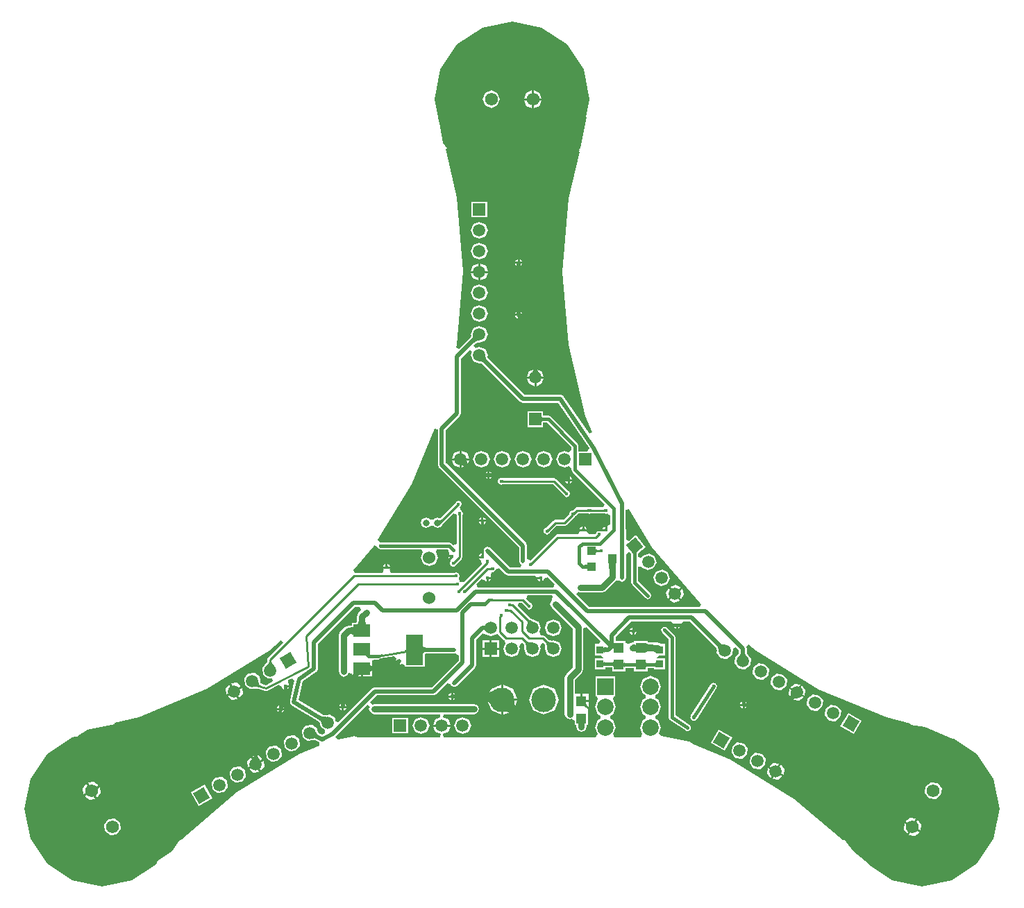
<source format=gbl>
G04*
G04 #@! TF.GenerationSoftware,Altium Limited,Altium Designer,18.0.12 (696)*
G04*
G04 Layer_Physical_Order=2*
G04 Layer_Color=16711680*
%FSLAX25Y25*%
%MOIN*%
G70*
G01*
G75*
%ADD10C,0.01000*%
%ADD16C,0.02000*%
%ADD18C,0.01500*%
%ADD29R,0.03500X0.03800*%
%ADD75C,0.03000*%
%ADD76R,0.05906X0.05906*%
%ADD77C,0.05906*%
%ADD78C,0.03150*%
%ADD79P,0.08352X4X355.0*%
%ADD80P,0.08352X4X375.0*%
%ADD81P,0.08352X4X255.0*%
%ADD82R,0.07874X0.07874*%
%ADD83C,0.07874*%
%ADD84C,0.11811*%
%ADD85C,0.06000*%
%ADD86R,0.05906X0.05906*%
%ADD87C,0.06200*%
%ADD88C,0.01500*%
%ADD89R,0.03937X0.03937*%
%ADD90R,0.05000X0.05000*%
%ADD91R,0.07900X0.05900*%
%ADD92R,0.07900X0.15000*%
G36*
X220470Y264547D02*
X220177Y264540D01*
X219893Y264513D01*
X219620Y264466D01*
X219356Y264399D01*
X219103Y264312D01*
X218860Y264205D01*
X218628Y264077D01*
X218405Y263930D01*
X218192Y263763D01*
X217990Y263576D01*
X216576Y264990D01*
X216763Y265192D01*
X216930Y265405D01*
X217077Y265628D01*
X217205Y265860D01*
X217312Y266103D01*
X217399Y266356D01*
X217466Y266620D01*
X217513Y266893D01*
X217540Y267177D01*
X217547Y267471D01*
X220470Y264547D01*
D02*
G37*
G36*
X250473Y414941D02*
X262570Y406858D01*
X270653Y394762D01*
X273491Y380493D01*
X271764Y371813D01*
X272014Y371752D01*
X269124Y357223D01*
X268435Y356191D01*
X268716Y356066D01*
X268413Y355334D01*
X268536Y355038D01*
X263209Y332852D01*
X260437Y297622D01*
X263209Y262392D01*
X271459Y228030D01*
X274594Y220462D01*
X273267Y219745D01*
X261110Y237597D01*
X260951Y237701D01*
X260878Y237878D01*
X260345Y238098D01*
X259863Y238414D01*
X259676Y238375D01*
X259500Y238448D01*
X242307D01*
X224646Y256109D01*
X224573Y256243D01*
X224495Y256420D01*
X224431Y256605D01*
X224381Y256801D01*
X224349Y256987D01*
X224562Y257500D01*
X223372Y260372D01*
X220500Y261562D01*
X218688Y260811D01*
X217838Y262083D01*
X219109Y263354D01*
X219243Y263427D01*
X219420Y263505D01*
X219605Y263569D01*
X219800Y263619D01*
X219987Y263651D01*
X220500Y263438D01*
X223372Y264628D01*
X224562Y267500D01*
X223372Y270372D01*
X220500Y271562D01*
X217628Y270372D01*
X216438Y267500D01*
X216651Y266987D01*
X216619Y266800D01*
X216569Y266605D01*
X216505Y266420D01*
X216427Y266243D01*
X216354Y266109D01*
X210796Y260552D01*
X209488Y261285D01*
X209810Y262628D01*
X212583Y297858D01*
X209810Y333088D01*
X204538Y355049D01*
X204796Y355672D01*
X204465Y356472D01*
X204996Y356734D01*
X203189Y359439D01*
X201230Y369285D01*
X201016Y370360D01*
X201016D01*
X201016Y370360D01*
X200664Y371714D01*
X198918Y380493D01*
X201756Y394762D01*
X209839Y406858D01*
X221936Y414941D01*
X236204Y417779D01*
X250473Y414941D01*
D02*
G37*
G36*
X223460Y257177D02*
X223487Y256893D01*
X223534Y256620D01*
X223601Y256357D01*
X223688Y256103D01*
X223795Y255860D01*
X223922Y255627D01*
X224070Y255405D01*
X224237Y255192D01*
X224424Y254990D01*
X223010Y253576D01*
X222808Y253763D01*
X222595Y253930D01*
X222373Y254078D01*
X222140Y254205D01*
X221897Y254312D01*
X221643Y254399D01*
X221380Y254466D01*
X221107Y254513D01*
X220823Y254540D01*
X220530Y254547D01*
X223453Y257470D01*
X223460Y257177D01*
D02*
G37*
G36*
X250338Y228121D02*
X250383Y227994D01*
X250459Y227881D01*
X250564Y227784D01*
X250700Y227701D01*
X250867Y227634D01*
X251063Y227581D01*
X251290Y227544D01*
X251547Y227521D01*
X251835Y227514D01*
Y226014D01*
X251547Y226006D01*
X251290Y225984D01*
X251063Y225946D01*
X250867Y225894D01*
X250700Y225826D01*
X250564Y225744D01*
X250459Y225646D01*
X250383Y225534D01*
X250338Y225406D01*
X250322Y225264D01*
Y228264D01*
X250338Y228121D01*
D02*
G37*
G36*
X217189Y259312D02*
X216438Y257500D01*
X217628Y254628D01*
X220500Y253438D01*
X221013Y253651D01*
X221199Y253619D01*
X221395Y253569D01*
X221580Y253505D01*
X221757Y253427D01*
X221891Y253354D01*
X240122Y235122D01*
X241500Y234552D01*
X258470D01*
X273314Y212753D01*
X272521Y211253D01*
X268178D01*
Y214000D01*
X267686Y215186D01*
X254923Y227950D01*
X253736Y228442D01*
X251198D01*
X251147Y228455D01*
Y230517D01*
X243641D01*
Y223011D01*
X251147D01*
Y225072D01*
X251198Y225086D01*
X253041D01*
X264822Y213305D01*
Y211809D01*
X263322Y210807D01*
X261500Y211562D01*
X258628Y210372D01*
X257438Y207500D01*
X258628Y204628D01*
X261500Y203438D01*
X263322Y204193D01*
X264822Y203191D01*
Y202500D01*
X265314Y201314D01*
X280670Y185958D01*
X280685Y185823D01*
X280099Y184407D01*
X274153D01*
X273500Y184678D01*
X272847Y184407D01*
X267500D01*
X267500Y184407D01*
X266505Y183995D01*
X266505Y183995D01*
X265388Y182878D01*
X265236Y182941D01*
X264050Y182450D01*
X263559Y181264D01*
X263622Y181112D01*
X260917Y178407D01*
X257000D01*
X256005Y177995D01*
X256005Y177995D01*
X252467Y174457D01*
X251814Y174186D01*
X251405Y173199D01*
X251322Y173000D01*
X251814Y171814D01*
X252013Y171731D01*
X252800Y171405D01*
X253000Y171322D01*
X254186Y171814D01*
X254269Y172013D01*
X254457Y172467D01*
X257583Y175593D01*
X261500D01*
X262495Y176005D01*
X266231Y179741D01*
X266231Y179741D01*
X266360Y180051D01*
X266423Y180078D01*
X266449Y180140D01*
X266759Y180269D01*
X268083Y181593D01*
X272847D01*
X273500Y181322D01*
X274153Y181593D01*
X280847D01*
X281500Y181322D01*
X281822Y181456D01*
X283322Y180490D01*
Y176263D01*
X282000Y175379D01*
Y173500D01*
X281000D01*
Y175187D01*
X280161Y174839D01*
X279819Y174014D01*
X279569Y173489D01*
X278220Y173087D01*
X278000Y173178D01*
X276814Y172686D01*
X276543Y172033D01*
X275917Y171407D01*
X273046D01*
X272149Y172907D01*
X272187Y173000D01*
X268813D01*
X268851Y172907D01*
X267954Y171407D01*
X258000D01*
X258000Y171407D01*
X257005Y170995D01*
X257005Y170995D01*
X244948Y158938D01*
X243578Y159506D01*
X243448Y159659D01*
Y166000D01*
X242878Y167378D01*
X204448Y205807D01*
Y221540D01*
X211168Y228259D01*
X211738Y229637D01*
Y255983D01*
X215917Y260162D01*
X217189Y259312D01*
D02*
G37*
G36*
X210492Y185250D02*
X210483Y185247D01*
X210467Y185238D01*
X210446Y185222D01*
X210387Y185171D01*
X210201Y184993D01*
X210140Y184933D01*
X209433Y185640D01*
X209750Y185993D01*
X210492Y185250D01*
D02*
G37*
G36*
X280964Y182475D02*
X280955Y182480D01*
X280938Y182484D01*
X280911Y182488D01*
X280834Y182494D01*
X280576Y182500D01*
X280491Y182500D01*
Y183500D01*
X280964Y183525D01*
Y182475D01*
D02*
G37*
G36*
X274045Y183520D02*
X274062Y183516D01*
X274089Y183512D01*
X274166Y183506D01*
X274424Y183500D01*
X274509Y183500D01*
Y182500D01*
X274036Y182475D01*
Y183525D01*
X274045Y183520D01*
D02*
G37*
G36*
X272964Y182475D02*
X272955Y182480D01*
X272938Y182484D01*
X272912Y182488D01*
X272834Y182494D01*
X272576Y182500D01*
X272491Y182500D01*
Y183500D01*
X272964Y183525D01*
Y182475D01*
D02*
G37*
G36*
X266632Y181425D02*
X265906Y180926D01*
X265616Y181911D01*
X265629Y181908D01*
X265648Y181912D01*
X265672Y181923D01*
X265702Y181940D01*
X265736Y181965D01*
X265821Y182036D01*
X265927Y182135D01*
X265987Y182194D01*
X266632Y181425D01*
D02*
G37*
G36*
X211520Y180955D02*
X211516Y180938D01*
X211512Y180912D01*
X211506Y180834D01*
X211500Y180577D01*
X211500Y180491D01*
X210500D01*
X210475Y180964D01*
X211525D01*
X211520Y180955D01*
D02*
G37*
G36*
X265574Y180594D02*
X265075Y179868D01*
X264306Y180513D01*
X264365Y180573D01*
X264560Y180798D01*
X264577Y180828D01*
X264588Y180852D01*
X264592Y180871D01*
X264589Y180884D01*
X265574Y180594D01*
D02*
G37*
G36*
X202737Y177530D02*
X202642Y177432D01*
X202463Y177221D01*
X202378Y177109D01*
X202216Y176872D01*
X202067Y176615D01*
X201930Y176340D01*
X201221Y178400D01*
X201349Y178343D01*
X201474Y178303D01*
X201598Y178281D01*
X201721Y178278D01*
X201841Y178291D01*
X201960Y178323D01*
X202077Y178372D01*
X202193Y178439D01*
X202306Y178523D01*
X202418Y178626D01*
X202737Y177530D01*
D02*
G37*
G36*
X254067Y173360D02*
X253750Y173008D01*
X253008Y173750D01*
X253017Y173753D01*
X253033Y173763D01*
X253054Y173778D01*
X253113Y173829D01*
X253299Y174007D01*
X253360Y174067D01*
X254067Y173360D01*
D02*
G37*
G36*
X280964Y172975D02*
X280955Y172980D01*
X280938Y172984D01*
X280911Y172988D01*
X280834Y172994D01*
X280576Y173000D01*
X280491Y173000D01*
Y174000D01*
X280964Y174025D01*
Y172975D01*
D02*
G37*
G36*
X277993Y170750D02*
X277983Y170747D01*
X277967Y170738D01*
X277946Y170722D01*
X277887Y170671D01*
X277701Y170493D01*
X277640Y170433D01*
X276933Y171140D01*
X277250Y171493D01*
X277993Y170750D01*
D02*
G37*
G36*
X278464Y162975D02*
X278455Y162980D01*
X278438Y162984D01*
X278412Y162988D01*
X278334Y162994D01*
X278077Y163000D01*
X277991Y163000D01*
Y164000D01*
X278464Y164025D01*
Y162975D01*
D02*
G37*
G36*
X276466Y164405D02*
X276497Y164320D01*
X276547Y164245D01*
X276617Y164180D01*
X276707Y164125D01*
X276817Y164080D01*
X276946Y164045D01*
X277097Y164020D01*
X277267Y164005D01*
X277456Y164000D01*
Y163000D01*
X277267Y162995D01*
X277097Y162980D01*
X276946Y162955D01*
X276817Y162920D01*
X276707Y162875D01*
X276617Y162820D01*
X276547Y162755D01*
X276497Y162680D01*
X276466Y162595D01*
X276456Y162500D01*
Y164500D01*
X276466Y164405D01*
D02*
G37*
G36*
X222525Y161036D02*
X221475D01*
X221480Y161045D01*
X221484Y161062D01*
X221488Y161089D01*
X221494Y161166D01*
X221500Y161424D01*
X221500Y161509D01*
X222500D01*
X222525Y161036D01*
D02*
G37*
G36*
X296496Y163219D02*
X296369Y163148D01*
X296258Y163036D01*
X296162Y162883D01*
X296080Y162689D01*
X296013Y162455D01*
X295961Y162180D01*
X295924Y161865D01*
X295902Y161508D01*
X295894Y161111D01*
X294394Y160640D01*
X294387Y161105D01*
X294328Y161886D01*
X294276Y162202D01*
X294209Y162467D01*
X294128Y162682D01*
X294031Y162847D01*
X293920Y162962D01*
X293794Y163026D01*
X293653Y163041D01*
X296637Y163250D01*
X296496Y163219D01*
D02*
G37*
G36*
X200552Y221911D02*
Y205000D01*
X201122Y203622D01*
X239552Y165193D01*
Y158500D01*
X240122Y157122D01*
X240543Y156948D01*
X240244Y155448D01*
X235307D01*
X225878Y164878D01*
X224500Y165448D01*
X223122Y164878D01*
X222654Y163747D01*
X222000Y162394D01*
X220661Y161839D01*
X220313Y161000D01*
X222000D01*
Y160000D01*
X220313D01*
X220661Y159161D01*
X220707Y159141D01*
X221289Y158900D01*
X221730Y157220D01*
X212923Y148413D01*
X211186Y148686D01*
X210932Y148792D01*
X210686Y150314D01*
X211178Y151500D01*
X210769Y152487D01*
X210686Y152686D01*
X209500Y153178D01*
X209300Y153095D01*
X208847Y152907D01*
X178046D01*
X177442Y154407D01*
X177687Y155000D01*
X177009D01*
X176536Y154975D01*
Y155000D01*
X174313D01*
X174558Y154407D01*
X173954Y152907D01*
X160802D01*
X160215Y153718D01*
X160013Y154293D01*
X169573Y165486D01*
X169937Y166080D01*
X171453Y165684D01*
X171814Y164814D01*
X173000Y164322D01*
X192846D01*
X193473Y162822D01*
X192387Y160200D01*
X193592Y157292D01*
X196500Y156087D01*
X199408Y157292D01*
X200613Y160200D01*
X199527Y162822D01*
X200154Y164322D01*
X205305D01*
X205810Y163818D01*
X206161Y162339D01*
X205917Y161751D01*
X205813Y161500D01*
X207500D01*
Y160500D01*
X207242D01*
X207492Y160250D01*
X207483Y160247D01*
X207467Y160238D01*
X207446Y160222D01*
X207387Y160171D01*
X207201Y159993D01*
X207140Y159933D01*
X206573Y160500D01*
X205813D01*
X206161Y159661D01*
X206814Y158686D01*
X206322Y157500D01*
X206814Y156314D01*
X208000Y155822D01*
X209186Y156314D01*
X209457Y156967D01*
X211995Y159505D01*
X212407Y160500D01*
Y180847D01*
X212595Y181300D01*
X212678Y181500D01*
X212186Y182686D01*
X211987Y182769D01*
X211558Y182947D01*
X211079Y184404D01*
X211082Y184564D01*
X211686Y184814D01*
X212178Y186000D01*
X211686Y187186D01*
X210500Y187678D01*
X209314Y187186D01*
X209231Y186987D01*
X209043Y186533D01*
X201662Y179152D01*
X201657Y179154D01*
X201576Y179190D01*
X201407Y179195D01*
X200500Y179570D01*
X198682Y178818D01*
X198562Y178526D01*
X196938D01*
X196818Y178818D01*
X195000Y179570D01*
X193182Y178818D01*
X192429Y177000D01*
X193182Y175182D01*
X195000Y174430D01*
X196818Y175182D01*
X196938Y175474D01*
X198562D01*
X198682Y175182D01*
X200500Y174430D01*
X202318Y175182D01*
X202599Y175862D01*
X202705Y175954D01*
X202829Y176204D01*
X202950Y176410D01*
X203054Y176564D01*
X207937Y181447D01*
X209553Y180942D01*
X209593Y180847D01*
Y166901D01*
X208093Y166280D01*
X207186Y167186D01*
X206000Y167678D01*
X173000D01*
X172564Y167497D01*
X171540Y168697D01*
X188037Y195617D01*
X199052Y222209D01*
X200552Y221911D01*
D02*
G37*
G36*
X209067Y157860D02*
X208750Y157508D01*
X208008Y158250D01*
X208017Y158253D01*
X208033Y158263D01*
X208054Y158278D01*
X208113Y158329D01*
X208299Y158507D01*
X208360Y158567D01*
X209067Y157860D01*
D02*
G37*
G36*
X224825Y157824D02*
X224318Y157111D01*
X223558Y157765D01*
X223618Y157826D01*
X223787Y158017D01*
X223812Y158052D01*
X223830Y158081D01*
X223841Y158106D01*
X223845Y158126D01*
X223842Y158140D01*
X224825Y157824D01*
D02*
G37*
G36*
X246067Y157360D02*
X245750Y157008D01*
X245007Y157750D01*
X245017Y157753D01*
X245033Y157763D01*
X245054Y157778D01*
X245113Y157829D01*
X245299Y158007D01*
X245360Y158067D01*
X246067Y157360D01*
D02*
G37*
G36*
X286212Y157754D02*
X286135Y157664D01*
X286066Y157514D01*
X286007Y157304D01*
X285957Y157034D01*
X285916Y156704D01*
X285861Y155864D01*
X285842Y154784D01*
X282842D01*
X282838Y155354D01*
X282728Y157034D01*
X282678Y157304D01*
X282619Y157514D01*
X282550Y157664D01*
X282473Y157754D01*
X282386Y157784D01*
X286299D01*
X286212Y157754D01*
D02*
G37*
G36*
X272555Y154500D02*
X272540Y154642D01*
X272495Y154770D01*
X272419Y154883D01*
X272314Y154980D01*
X272178Y155062D01*
X272011Y155130D01*
X271815Y155183D01*
X271588Y155220D01*
X271331Y155243D01*
X271043Y155250D01*
Y156750D01*
X271331Y156757D01*
X271588Y156780D01*
X271815Y156817D01*
X272011Y156870D01*
X272178Y156938D01*
X272314Y157020D01*
X272419Y157117D01*
X272495Y157230D01*
X272540Y157358D01*
X272555Y157500D01*
Y154500D01*
D02*
G37*
G36*
X226464Y154475D02*
X226455Y154480D01*
X226438Y154484D01*
X226412Y154488D01*
X226334Y154494D01*
X226077Y154500D01*
X225991Y154500D01*
Y155500D01*
X226464Y155525D01*
Y154475D01*
D02*
G37*
G36*
X303447Y165250D02*
X326398Y138378D01*
X327010Y137856D01*
X326490Y136448D01*
X273307D01*
X267068Y142687D01*
X267918Y143959D01*
X269000Y143510D01*
X279500D01*
X281260Y144240D01*
X286103Y149082D01*
X287540Y149120D01*
X287725Y149080D01*
X288992Y148555D01*
X289000Y148552D01*
X290378Y149122D01*
X290381Y149130D01*
X290948Y150500D01*
Y161738D01*
X292448Y162702D01*
X292981Y162496D01*
X293050Y162458D01*
X293085Y162388D01*
X293142Y162369D01*
X293426Y162031D01*
X293427Y162025D01*
X293466Y161786D01*
Y148356D01*
X293958Y147169D01*
X300314Y140814D01*
X301500Y140322D01*
X302686Y140814D01*
X303178Y142000D01*
X302686Y143186D01*
X296822Y149051D01*
Y155758D01*
X298322Y155989D01*
X298461Y155550D01*
X301218Y154114D01*
X304183Y155049D01*
X305619Y157806D01*
X304684Y160771D01*
X301926Y162207D01*
X298961Y161272D01*
X298322Y160044D01*
X296822Y160411D01*
Y162073D01*
X296856Y162255D01*
X296895Y162391D01*
X297170Y162622D01*
X297290Y162682D01*
X297309Y162739D01*
X297340Y162765D01*
X297365Y162782D01*
X297366Y162786D01*
X300431Y165358D01*
X295607Y171108D01*
X292308Y168340D01*
X290948Y168974D01*
Y174000D01*
X290849Y174240D01*
Y183045D01*
X292293Y183452D01*
X303447Y165250D01*
D02*
G37*
G36*
X233122Y152122D02*
X234500Y151552D01*
X247415D01*
X248142Y150464D01*
X248697Y149124D01*
X248743Y149105D01*
X249536Y148777D01*
Y150464D01*
X250536D01*
Y148777D01*
X251329Y149105D01*
X251376Y149124D01*
X251851Y150272D01*
X253316Y150928D01*
X256796Y147448D01*
X256175Y145948D01*
X219560D01*
X218938Y147448D01*
X221277Y149787D01*
X223047Y149435D01*
X223141Y149207D01*
X223161Y149161D01*
X224000Y148813D01*
Y150500D01*
X224500D01*
Y151000D01*
X225036D01*
Y151025D01*
X225045Y151020D01*
X225062Y151016D01*
X225089Y151012D01*
X225166Y151006D01*
X225424Y151000D01*
X225509Y151000D01*
X226187D01*
X225957Y151555D01*
X226501Y153137D01*
X226992Y153326D01*
X227000Y153322D01*
X228186Y153814D01*
X228515Y154608D01*
X230064Y155181D01*
X233122Y152122D01*
D02*
G37*
G36*
X208964Y150975D02*
X208955Y150980D01*
X208938Y150984D01*
X208911Y150988D01*
X208834Y150994D01*
X208576Y151000D01*
X208491Y151000D01*
Y152000D01*
X208964Y152025D01*
Y150975D01*
D02*
G37*
G36*
X249476Y149965D02*
X249465Y149972D01*
X249447Y149978D01*
X249420Y149983D01*
X249384Y149987D01*
X249289Y149994D01*
X248997Y150000D01*
X249062Y151000D01*
X249527Y151014D01*
X249476Y149965D01*
D02*
G37*
G36*
X209464Y146975D02*
X209455Y146980D01*
X209438Y146984D01*
X209412Y146988D01*
X209334Y146994D01*
X209076Y147000D01*
X208991Y147000D01*
Y148000D01*
X209464Y148025D01*
Y146975D01*
D02*
G37*
G36*
X211699Y144492D02*
X211639Y144432D01*
X211445Y144210D01*
X211427Y144182D01*
X211416Y144159D01*
X211411Y144142D01*
X211414Y144130D01*
X210429Y144352D01*
X210902Y145109D01*
X211699Y144492D01*
D02*
G37*
G36*
X214567Y144360D02*
X214250Y144008D01*
X213508Y144750D01*
X213517Y144753D01*
X213533Y144763D01*
X213554Y144778D01*
X213613Y144829D01*
X213799Y145007D01*
X213860Y145067D01*
X214567Y144360D01*
D02*
G37*
G36*
X225551Y140525D02*
X225601Y140520D01*
X225789Y140511D01*
X227059Y140500D01*
Y139500D01*
X225530Y139469D01*
Y140531D01*
X225551Y140525D01*
D02*
G37*
G36*
X244493Y137750D02*
X243750Y137007D01*
X243747Y137017D01*
X243738Y137033D01*
X243722Y137054D01*
X243671Y137113D01*
X243493Y137299D01*
X243433Y137360D01*
X244140Y138067D01*
X244493Y137750D01*
D02*
G37*
G36*
X235545Y138020D02*
X235562Y138016D01*
X235589Y138012D01*
X235666Y138006D01*
X235924Y138000D01*
X236009Y138000D01*
Y137000D01*
X235536Y136975D01*
Y138025D01*
X235545Y138020D01*
D02*
G37*
G36*
X255711Y141579D02*
X255240Y139760D01*
X254510Y138000D01*
X255240Y136240D01*
X265511Y125969D01*
Y107531D01*
X262240Y104260D01*
X261510Y102500D01*
Y85000D01*
X262240Y83240D01*
X264000Y82511D01*
X264700Y82801D01*
X266200Y81798D01*
Y79700D01*
X267010D01*
Y79000D01*
X267740Y77240D01*
X269500Y76511D01*
X271260Y77240D01*
X271989Y79000D01*
Y79700D01*
X272800D01*
Y86300D01*
X272800D01*
X272969Y87730D01*
X273020D01*
Y90730D01*
X269520D01*
Y91230D01*
X269020D01*
Y94730D01*
X266490D01*
Y101469D01*
X269760Y104740D01*
X270490Y106500D01*
Y126134D01*
X271989Y126755D01*
X278659Y120086D01*
X278085Y118700D01*
X275950D01*
Y113300D01*
X278637D01*
X279971Y112131D01*
X280086Y111814D01*
X280085Y111800D01*
X275950D01*
Y106400D01*
X281050D01*
Y107408D01*
X281102Y107422D01*
X284151D01*
X284204Y107408D01*
X284210Y107406D01*
Y105430D01*
X290810D01*
Y107038D01*
X290862Y107052D01*
X294651D01*
X294704Y107038D01*
X294710Y107036D01*
Y105430D01*
X301310D01*
Y107038D01*
X301362Y107052D01*
X304391D01*
X304445Y107038D01*
X304450Y107036D01*
Y106400D01*
X305262Y106364D01*
X305280Y106371D01*
X305353Y106369D01*
X305410Y106400D01*
X309550D01*
Y111800D01*
X305411D01*
X305411Y111815D01*
X306859Y113300D01*
X309550D01*
Y118700D01*
X307821D01*
X307760Y118760D01*
X306000Y119490D01*
X301839D01*
X301757Y119504D01*
X301513Y119570D01*
X301358Y119632D01*
X301327Y119651D01*
X301300Y119695D01*
Y120300D01*
X300488Y120354D01*
X300451Y120339D01*
X300351Y120343D01*
X300281Y120300D01*
X294700D01*
Y119490D01*
X294000D01*
X292240Y118760D01*
X290800Y119204D01*
Y120300D01*
X285948D01*
Y122193D01*
X293307Y129552D01*
X312625D01*
X313328Y128500D01*
X317672D01*
X318375Y129552D01*
X321552D01*
X334213Y116891D01*
X334286Y116757D01*
X334364Y116580D01*
X334428Y116395D01*
X334478Y116200D01*
X334513Y115992D01*
X334534Y115772D01*
X334541Y115509D01*
X334567Y115449D01*
X334435Y114449D01*
X336328Y111982D01*
X339410Y111576D01*
X341877Y113469D01*
X342258Y116365D01*
X343543Y117202D01*
X345071Y115674D01*
Y114415D01*
X345028Y114268D01*
X344958Y114089D01*
X344872Y113913D01*
X344769Y113739D01*
X344648Y113567D01*
X344507Y113396D01*
X344326Y113206D01*
X344302Y113145D01*
X343501Y112531D01*
X343096Y109449D01*
X344988Y106982D01*
X348071Y106577D01*
X350537Y108469D01*
X350943Y111551D01*
X349753Y113101D01*
X349713Y113206D01*
X349532Y113397D01*
X349467Y113475D01*
X349328Y113655D01*
X349269Y113739D01*
X349166Y113913D01*
X349080Y114089D01*
X349010Y114268D01*
X348968Y114415D01*
Y116481D01*
X348552Y117484D01*
X349800Y118391D01*
X353270Y115427D01*
X383401Y96963D01*
X416050Y83439D01*
X427514Y80687D01*
X427581Y79744D01*
X434272Y78863D01*
X445520Y74204D01*
X446801Y73673D01*
X448313Y73325D01*
X459420Y65903D01*
X467503Y53807D01*
X470341Y39538D01*
X467503Y25269D01*
X459420Y13172D01*
X447324Y5090D01*
X433055Y2251D01*
X418786Y5090D01*
X407617Y12552D01*
X407479Y13347D01*
X407479Y13347D01*
X407479D01*
X400048Y19048D01*
X395683Y24738D01*
X394969Y24544D01*
X371848Y44291D01*
X341040Y63171D01*
X323202Y70560D01*
X323119Y70778D01*
X323119Y70778D01*
X323119Y70778D01*
X321263Y72019D01*
X308000Y74657D01*
X307725Y74602D01*
X306646Y75917D01*
X307781Y78658D01*
X306279Y82283D01*
X304962Y82829D01*
Y84329D01*
X306279Y84874D01*
X307781Y88500D01*
X306279Y92126D01*
X304962Y92671D01*
Y94171D01*
X306279Y94717D01*
X307781Y98343D01*
X306279Y101968D01*
X302654Y103470D01*
X299028Y101968D01*
X297526Y98343D01*
X299028Y94717D01*
X300345Y94171D01*
Y92671D01*
X299028Y92126D01*
X297526Y88500D01*
X299028Y84874D01*
X300345Y84329D01*
Y82829D01*
X299028Y82283D01*
X297526Y78658D01*
X298855Y75448D01*
X298152Y73948D01*
X285502D01*
X284798Y75448D01*
X286127Y78658D01*
X284626Y82283D01*
X283308Y82829D01*
Y84329D01*
X284626Y84874D01*
X286127Y88500D01*
X284626Y92125D01*
X284604Y92134D01*
X284897Y93606D01*
X285737D01*
Y103079D01*
X276263D01*
Y93606D01*
X277103D01*
X277396Y92134D01*
X277374Y92125D01*
X275873Y88500D01*
X277374Y84874D01*
X278692Y84329D01*
Y82829D01*
X277374Y82283D01*
X275873Y78658D01*
X277202Y75448D01*
X276498Y73948D01*
X203346Y73948D01*
X203047Y75448D01*
X205525Y76475D01*
X206571Y79000D01*
X198429D01*
X199475Y76475D01*
X201953Y75448D01*
X201654Y73948D01*
X162405D01*
X161039Y74273D01*
X160250Y74429D01*
X159546Y74289D01*
X152628Y72913D01*
X151475Y74095D01*
X151467Y74212D01*
X166687Y89432D01*
X167959Y88582D01*
X167510Y87500D01*
X168240Y85740D01*
X170000Y85010D01*
X201555D01*
X201853Y83511D01*
X199475Y82525D01*
X198429Y80000D01*
X206571D01*
X205525Y82525D01*
X203147Y83511D01*
X203445Y85010D01*
X218000D01*
X219760Y85740D01*
X220490Y87500D01*
X219760Y89260D01*
X218000Y89990D01*
X170000D01*
X168918Y89541D01*
X168068Y90813D01*
X171307Y94052D01*
X198500D01*
X199878Y94622D01*
X205166Y99911D01*
X206793Y99417D01*
X207119Y98630D01*
X207122Y98622D01*
X208500Y98052D01*
X208508Y98055D01*
X209878Y98622D01*
X218378Y107122D01*
X218948Y108500D01*
Y120693D01*
X222090Y123834D01*
X223128Y123628D01*
X226000Y122438D01*
X227983Y123259D01*
X229173Y123451D01*
X230107Y122903D01*
X232403Y120607D01*
X232527Y120395D01*
X232863Y118733D01*
X231938Y116500D01*
X233128Y113628D01*
X236000Y112438D01*
X238872Y113628D01*
X240062Y116500D01*
X239655Y117483D01*
X240606Y119107D01*
X241318Y119192D01*
X241857Y118654D01*
X241913Y118540D01*
X241979Y118366D01*
X242039Y118152D01*
X242091Y117902D01*
X242131Y117623D01*
X242169Y117058D01*
X241938Y116500D01*
X243128Y113628D01*
X246000Y112438D01*
X248872Y113628D01*
X250062Y116500D01*
X249655Y117483D01*
X250606Y119107D01*
X251319Y119192D01*
X251856Y118654D01*
X251913Y118540D01*
X251979Y118366D01*
X252039Y118152D01*
X252091Y117902D01*
X252131Y117623D01*
X252169Y117058D01*
X251938Y116500D01*
X253128Y113628D01*
X256000Y112438D01*
X258872Y113628D01*
X260062Y116500D01*
X258872Y119372D01*
X256000Y120562D01*
X255442Y120331D01*
X254877Y120369D01*
X254598Y120409D01*
X254347Y120461D01*
X254134Y120521D01*
X253960Y120587D01*
X253847Y120643D01*
X251995Y122495D01*
X251000Y122907D01*
X250111D01*
X249195Y124407D01*
X250062Y126500D01*
X248872Y129372D01*
X247473Y129952D01*
X247344Y130074D01*
X247344D01*
X247344Y130074D01*
X246426Y130427D01*
X245386Y130868D01*
X244928Y131096D01*
X244848Y131142D01*
X238897Y137093D01*
X239518Y138593D01*
X240917D01*
X243043Y136467D01*
X243231Y136013D01*
X243314Y135814D01*
X244500Y135322D01*
X245686Y135814D01*
X246178Y137000D01*
X245686Y138186D01*
X245033Y138457D01*
X242938Y140552D01*
X243560Y142052D01*
X255358D01*
X255711Y141579D01*
D02*
G37*
G36*
X234045Y135520D02*
X234062Y135516D01*
X234088Y135512D01*
X234166Y135506D01*
X234423Y135500D01*
X234509Y135500D01*
Y134500D01*
X234036Y134475D01*
Y135525D01*
X234045Y135520D01*
D02*
G37*
G36*
X165661Y130488D02*
X165706Y129976D01*
X165781Y129524D01*
X165886Y129132D01*
X166021Y128801D01*
X166186Y128530D01*
X166381Y128319D01*
X166606Y128168D01*
X166861Y128078D01*
X167146Y128048D01*
X161146D01*
X161431Y128078D01*
X161686Y128168D01*
X161911Y128319D01*
X162106Y128530D01*
X162271Y128801D01*
X162406Y129132D01*
X162511Y129524D01*
X162586Y129976D01*
X162631Y130488D01*
X162646Y131060D01*
X165646D01*
X165661Y130488D01*
D02*
G37*
G36*
X244182Y130541D02*
X244329Y130442D01*
X244518Y130332D01*
X245024Y130081D01*
X246102Y129624D01*
X247033Y129266D01*
X243255Y127588D01*
X243379Y127930D01*
X243471Y128254D01*
X243533Y128560D01*
X243563Y128848D01*
X243563Y129118D01*
X243531Y129370D01*
X243468Y129604D01*
X243374Y129821D01*
X243250Y130019D01*
X243094Y130199D01*
X244078Y130629D01*
X244182Y130541D01*
D02*
G37*
G36*
X223312Y125278D02*
X223281Y125320D01*
X223227Y125358D01*
X223151Y125391D01*
X223054Y125420D01*
X222934Y125445D01*
X222791Y125464D01*
X222440Y125491D01*
X222000Y125500D01*
Y127500D01*
X222231Y127502D01*
X222934Y127555D01*
X223054Y127580D01*
X223151Y127609D01*
X223227Y127642D01*
X223281Y127680D01*
X223312Y127722D01*
Y125278D01*
D02*
G37*
G36*
X160220Y122536D02*
X160194Y122743D01*
X160116Y122927D01*
X159986Y123090D01*
X159804Y123231D01*
X159570Y123351D01*
X159284Y123448D01*
X158947Y123524D01*
X158557Y123579D01*
X158115Y123611D01*
X157622Y123622D01*
Y126622D01*
X158115Y126633D01*
X158947Y126720D01*
X159284Y126796D01*
X159570Y126893D01*
X159804Y127013D01*
X159986Y127154D01*
X160116Y127317D01*
X160194Y127501D01*
X160220Y127708D01*
Y122536D01*
D02*
G37*
G36*
X253204Y120025D02*
X253395Y119901D01*
X253615Y119792D01*
X253864Y119698D01*
X254142Y119620D01*
X254449Y119556D01*
X254785Y119507D01*
X255546Y119456D01*
X255971Y119453D01*
X253047Y116530D01*
X253044Y116954D01*
X252993Y117715D01*
X252944Y118051D01*
X252881Y118358D01*
X252802Y118637D01*
X252708Y118886D01*
X252599Y119105D01*
X252475Y119296D01*
X252336Y119457D01*
X253043Y120164D01*
X253204Y120025D01*
D02*
G37*
G36*
X243204D02*
X243395Y119901D01*
X243615Y119792D01*
X243864Y119698D01*
X244142Y119620D01*
X244449Y119556D01*
X244785Y119507D01*
X245546Y119456D01*
X245971Y119453D01*
X243047Y116530D01*
X243044Y116954D01*
X242993Y117715D01*
X242944Y118051D01*
X242881Y118358D01*
X242802Y118637D01*
X242708Y118886D01*
X242599Y119105D01*
X242475Y119296D01*
X242336Y119457D01*
X243043Y120164D01*
X243204Y120025D01*
D02*
G37*
G36*
X285012Y116488D02*
X285002Y116490D01*
X284971Y116492D01*
X284516Y116499D01*
X284000Y116500D01*
Y118500D01*
X285012Y118512D01*
Y116488D01*
D02*
G37*
G36*
X336051Y119237D02*
X336264Y119070D01*
X336487Y118922D01*
X336719Y118795D01*
X336962Y118688D01*
X337215Y118601D01*
X337479Y118534D01*
X337752Y118487D01*
X338036Y118460D01*
X338329Y118453D01*
X335406Y115530D01*
X335399Y115823D01*
X335372Y116107D01*
X335325Y116380D01*
X335258Y116644D01*
X335171Y116897D01*
X335064Y117140D01*
X334936Y117373D01*
X334789Y117595D01*
X334622Y117808D01*
X334435Y118010D01*
X335849Y119424D01*
X336051Y119237D01*
D02*
G37*
G36*
X295512Y115488D02*
X295497Y115490D01*
X295451Y115492D01*
X294000Y115500D01*
Y118500D01*
X295512Y118512D01*
Y115488D01*
D02*
G37*
G36*
X188923Y115183D02*
X188858Y115212D01*
X188760Y115231D01*
X188628Y115240D01*
X188462Y115239D01*
X188029Y115207D01*
X187127Y115084D01*
X186760Y115023D01*
X186591Y116009D01*
X186958Y116074D01*
X188424Y116426D01*
X188546Y116479D01*
X188633Y116529D01*
X188684Y116578D01*
X188923Y115183D01*
D02*
G37*
G36*
X185562Y114310D02*
X185552Y114405D01*
X185523Y114486D01*
X185473Y114554D01*
X185404Y114608D01*
X185316Y114649D01*
X185207Y114676D01*
X185079Y114689D01*
X184931Y114689D01*
X184764Y114676D01*
X184576Y114649D01*
Y115663D01*
X184764Y115700D01*
X184931Y115744D01*
X185079Y115795D01*
X185207Y115852D01*
X185316Y115917D01*
X185404Y115988D01*
X185473Y116066D01*
X185523Y116150D01*
X185552Y116241D01*
X185562Y116340D01*
Y114310D01*
D02*
G37*
G36*
X300518Y119300D02*
X300608Y119132D01*
X300758Y118984D01*
X300968Y118856D01*
X301238Y118747D01*
X301568Y118658D01*
X301958Y118589D01*
X302408Y118540D01*
X303488Y118500D01*
Y118449D01*
X304182Y118402D01*
X304512Y118347D01*
X304782Y118280D01*
X304992Y118200D01*
X305142Y118108D01*
X305232Y118004D01*
X305262Y117888D01*
Y114112D01*
X305232Y114376D01*
X305142Y114612D01*
X304992Y114820D01*
X304782Y115000D01*
X304512Y115153D01*
X304182Y115278D01*
X303792Y115375D01*
X303342Y115445D01*
X302851Y115485D01*
X301958Y115411D01*
X301568Y115342D01*
X301238Y115253D01*
X300968Y115144D01*
X300758Y115016D01*
X300608Y114868D01*
X300518Y114700D01*
X300488Y114512D01*
Y119488D01*
X300518Y119300D01*
D02*
G37*
G36*
X280258Y117719D02*
X280318Y117568D01*
X280418Y117435D01*
X280558Y117320D01*
X280738Y117222D01*
X280958Y117142D01*
X281218Y117080D01*
X281518Y117035D01*
X281858Y117009D01*
X282238Y117000D01*
Y115000D01*
X281858Y114991D01*
X281518Y114964D01*
X281218Y114920D01*
X280958Y114858D01*
X280738Y114778D01*
X280558Y114680D01*
X280418Y114565D01*
X280318Y114432D01*
X280258Y114281D01*
X280238Y114112D01*
Y117888D01*
X280258Y117719D01*
D02*
G37*
G36*
X193446Y117810D02*
X193507Y117640D01*
X193607Y117490D01*
X193748Y117360D01*
X193929Y117250D01*
X194150Y117160D01*
X194412Y117090D01*
X194714Y117040D01*
X195056Y117010D01*
X195438Y117000D01*
Y115000D01*
X195056Y114990D01*
X194714Y114960D01*
X194412Y114910D01*
X194150Y114840D01*
X193929Y114750D01*
X193748Y114640D01*
X193607Y114510D01*
X193507Y114360D01*
X193446Y114190D01*
X193426Y114000D01*
Y118000D01*
X193446Y117810D01*
D02*
G37*
G36*
X174114Y112855D02*
X172612Y112566D01*
X172433Y113613D01*
X172454Y113610D01*
X172504Y113614D01*
X172692Y113637D01*
X173945Y113841D01*
X174114Y112855D01*
D02*
G37*
G36*
X348030Y114774D02*
X348062Y114506D01*
X348115Y114244D01*
X348190Y113989D01*
X348286Y113742D01*
X348403Y113501D01*
X348542Y113268D01*
X348702Y113041D01*
X348883Y112821D01*
X349086Y112609D01*
X344952D01*
X345155Y112821D01*
X345336Y113041D01*
X345497Y113268D01*
X345635Y113501D01*
X345753Y113742D01*
X345848Y113989D01*
X345923Y114244D01*
X345977Y114506D01*
X346009Y114774D01*
X346019Y115050D01*
X348019D01*
X348030Y114774D01*
D02*
G37*
G36*
X120676Y110469D02*
X120723Y110247D01*
X120801Y110015D01*
X120911Y109772D01*
X121052Y109520D01*
X121224Y109258D01*
X121428Y108985D01*
X121930Y108411D01*
X122227Y108109D01*
X118093D01*
X118391Y108411D01*
X118893Y108985D01*
X119096Y109258D01*
X119269Y109520D01*
X119410Y109772D01*
X119519Y110015D01*
X119598Y110247D01*
X119645Y110469D01*
X119660Y110682D01*
X120660D01*
X120676Y110469D01*
D02*
G37*
G36*
X285022Y107600D02*
X285007Y107743D01*
X284962Y107870D01*
X284887Y107983D01*
X284782Y108080D01*
X284647Y108162D01*
X284482Y108230D01*
X284287Y108282D01*
X284062Y108320D01*
X283807Y108343D01*
X283522Y108350D01*
Y109850D01*
X283807Y109857D01*
X284062Y109880D01*
X284287Y109917D01*
X284482Y109970D01*
X284647Y110038D01*
X284782Y110120D01*
X284887Y110217D01*
X284962Y110330D01*
X285007Y110458D01*
X285022Y110600D01*
Y107600D01*
D02*
G37*
G36*
X280241Y110458D02*
X280287Y110330D01*
X280362Y110217D01*
X280468Y110120D01*
X280604Y110038D01*
X280770Y109970D01*
X280967Y109917D01*
X281194Y109880D01*
X281451Y109857D01*
X281738Y109850D01*
Y108350D01*
X281451Y108343D01*
X281194Y108320D01*
X280967Y108282D01*
X280770Y108230D01*
X280604Y108162D01*
X280468Y108080D01*
X280362Y107983D01*
X280287Y107870D01*
X280241Y107743D01*
X280226Y107600D01*
Y110600D01*
X280241Y110458D01*
D02*
G37*
G36*
X305262Y107230D02*
X305247Y107372D01*
X305202Y107500D01*
X305127Y107613D01*
X305022Y107710D01*
X304887Y107792D01*
X304722Y107860D01*
X304527Y107913D01*
X304302Y107950D01*
X304047Y107973D01*
X303762Y107980D01*
Y109480D01*
X304047Y109487D01*
X304302Y109510D01*
X304527Y109547D01*
X304722Y109600D01*
X304887Y109668D01*
X305022Y109750D01*
X305127Y109847D01*
X305202Y109960D01*
X305247Y110088D01*
X305262Y110230D01*
Y107230D01*
D02*
G37*
G36*
X300501Y110088D02*
X300547Y109960D01*
X300622Y109847D01*
X300728Y109750D01*
X300864Y109668D01*
X301030Y109600D01*
X301227Y109547D01*
X301454Y109510D01*
X301711Y109487D01*
X301998Y109480D01*
Y107980D01*
X301711Y107973D01*
X301454Y107950D01*
X301227Y107913D01*
X301030Y107860D01*
X300864Y107792D01*
X300728Y107710D01*
X300622Y107613D01*
X300547Y107500D01*
X300501Y107372D01*
X300486Y107230D01*
Y110230D01*
X300501Y110088D01*
D02*
G37*
G36*
X295522Y107230D02*
X295507Y107372D01*
X295462Y107500D01*
X295387Y107613D01*
X295282Y107710D01*
X295147Y107792D01*
X294982Y107860D01*
X294787Y107913D01*
X294562Y107950D01*
X294307Y107973D01*
X294022Y107980D01*
Y109480D01*
X294307Y109487D01*
X294562Y109510D01*
X294787Y109547D01*
X294982Y109600D01*
X295147Y109668D01*
X295282Y109750D01*
X295387Y109847D01*
X295462Y109960D01*
X295507Y110088D01*
X295522Y110230D01*
Y107230D01*
D02*
G37*
G36*
X290001Y110088D02*
X290047Y109960D01*
X290122Y109847D01*
X290228Y109750D01*
X290364Y109668D01*
X290530Y109600D01*
X290727Y109547D01*
X290954Y109510D01*
X291211Y109487D01*
X291498Y109480D01*
Y107980D01*
X291211Y107973D01*
X290954Y107950D01*
X290727Y107913D01*
X290530Y107860D01*
X290364Y107792D01*
X290228Y107710D01*
X290122Y107613D01*
X290047Y107500D01*
X290001Y107372D01*
X289986Y107230D01*
Y110230D01*
X290001Y110088D01*
D02*
G37*
G36*
X126277Y119267D02*
X119165Y112155D01*
X118753Y111160D01*
Y110453D01*
X118712Y110332D01*
X118636Y110163D01*
X118528Y109969D01*
X118387Y109755D01*
X118219Y109530D01*
X118218Y109529D01*
X118129Y109518D01*
X117648Y108890D01*
X117476Y108716D01*
X117434Y108612D01*
X116237Y107051D01*
X116642Y103969D01*
X119109Y102076D01*
X121059Y102333D01*
X121512Y100880D01*
X117884Y99022D01*
X115712Y99746D01*
X115657Y99792D01*
X115590Y99871D01*
X115524Y99975D01*
X115462Y100111D01*
X115407Y100285D01*
X115362Y100498D01*
X115332Y100751D01*
X115318Y101070D01*
X115259Y101195D01*
X115018Y103031D01*
X112551Y104923D01*
X109469Y104518D01*
X107577Y102051D01*
X107982Y98969D01*
X110449Y97076D01*
X111560Y97223D01*
X111660Y97185D01*
X111662Y97186D01*
X111665Y97185D01*
X112671Y97220D01*
X113862Y97215D01*
X114434Y97178D01*
X114567Y97161D01*
X117555Y96165D01*
X117562Y96166D01*
X117568Y96161D01*
X118098Y96204D01*
X118629Y96241D01*
X118634Y96247D01*
X118641Y96248D01*
X124236Y99113D01*
X124506Y98993D01*
X125732Y98194D01*
X126141Y97207D01*
X126161Y97161D01*
X127000Y96813D01*
Y98500D01*
X127500D01*
Y99000D01*
X129187D01*
X128858Y99795D01*
X128839Y99839D01*
X128831Y101467D01*
X130530Y102337D01*
X131820Y101312D01*
X131110Y98472D01*
X131115Y98437D01*
X131095Y98408D01*
X129595Y91408D01*
X129674Y90978D01*
X129605Y90546D01*
X129803Y90273D01*
X129864Y89942D01*
X130224Y89693D01*
X130481Y89339D01*
X143445Y81386D01*
X143548Y81273D01*
X143665Y81120D01*
X143770Y80955D01*
X143864Y80776D01*
X143947Y80582D01*
X144019Y80373D01*
X144086Y80119D01*
X144142Y80046D01*
X144283Y78969D01*
X146234Y77472D01*
X146215Y75906D01*
X144950Y75214D01*
X143514Y75950D01*
X143403Y76055D01*
X143275Y76199D01*
X143157Y76355D01*
X143050Y76526D01*
X142952Y76713D01*
X142864Y76916D01*
X142777Y77164D01*
X142772Y77170D01*
X142659Y78031D01*
X140192Y79923D01*
X137110Y79518D01*
X135217Y77051D01*
X135623Y73969D01*
X138090Y72076D01*
X140316Y72370D01*
X140322Y72369D01*
X140331Y72372D01*
X141172Y72482D01*
X141211Y72534D01*
X141396Y72530D01*
X141588Y72510D01*
X141738Y72482D01*
X143677Y71489D01*
X143766Y69959D01*
X143749Y69895D01*
X134162Y65924D01*
X104048Y47470D01*
X78084Y25295D01*
X77650Y24924D01*
X76401Y24259D01*
X76401Y24259D01*
X76401Y24259D01*
X72932Y19068D01*
X66111Y14510D01*
Y14510D01*
X65362Y12933D01*
X53623Y5090D01*
X39354Y2251D01*
X25085Y5090D01*
X12989Y13172D01*
X4906Y25269D01*
X2067Y39538D01*
X4906Y53807D01*
X12989Y65903D01*
X25085Y73986D01*
X26054Y74179D01*
X27493Y74325D01*
X27493D01*
X28668Y75110D01*
X32335Y77561D01*
X45328Y80145D01*
X45505Y80923D01*
X56970Y83675D01*
X89619Y97199D01*
X119750Y115664D01*
X125258Y120368D01*
X126277Y119267D01*
D02*
G37*
G36*
X114468Y100681D02*
X114507Y100358D01*
X114568Y100064D01*
X114653Y99799D01*
X114761Y99563D01*
X114891Y99355D01*
X115045Y99176D01*
X115222Y99026D01*
X115422Y98905D01*
X115645Y98812D01*
X115154Y97922D01*
X114981Y97969D01*
X114769Y98008D01*
X114516Y98040D01*
X113892Y98081D01*
X112657Y98085D01*
X111635Y98050D01*
X114453Y101032D01*
X114468Y100681D01*
D02*
G37*
G36*
X271941Y90079D02*
X271914Y89988D01*
X271915Y89883D01*
X271944Y89763D01*
X272002Y89629D01*
X272088Y89480D01*
X272202Y89317D01*
X272345Y89140D01*
X272715Y88742D01*
X272008Y88035D01*
X271802Y88234D01*
X271433Y88548D01*
X271270Y88662D01*
X271121Y88748D01*
X270987Y88806D01*
X270867Y88835D01*
X270762Y88836D01*
X270671Y88809D01*
X270594Y88754D01*
X271996Y90156D01*
X271941Y90079D01*
D02*
G37*
G36*
X163811Y135052D02*
X162385Y133626D01*
X161656Y131866D01*
Y129681D01*
X161583Y129409D01*
X161495Y129192D01*
X161411Y129054D01*
X161344Y128982D01*
X161294Y128948D01*
X161238Y128928D01*
X161055Y128909D01*
X160986Y128872D01*
X159396D01*
Y127877D01*
X159361Y127816D01*
X159353Y127759D01*
X159337Y127747D01*
X159231Y127693D01*
X159049Y127630D01*
X158966Y127611D01*
X157622D01*
X155862Y126882D01*
X153740Y124760D01*
X153010Y123000D01*
Y105500D01*
X153740Y103740D01*
X155500Y103010D01*
X157260Y103740D01*
X157696Y104790D01*
X159196Y104492D01*
Y103489D01*
X159235Y103530D01*
X159920Y104326D01*
X160162Y104667D01*
X160338Y104969D01*
X160447Y105233D01*
X160490Y105458D01*
X160467Y105644D01*
X160376Y105793D01*
X160220Y105902D01*
X163646Y104272D01*
Y107012D01*
X164146D01*
Y107512D01*
X168084D01*
Y109012D01*
X168104Y108822D01*
X168164Y108652D01*
X168264Y108502D01*
X168404Y108372D01*
X168584Y108262D01*
X168804Y108172D01*
X169064Y108102D01*
X169096Y108097D01*
Y109822D01*
X169096Y110962D01*
X170446Y111322D01*
X172000D01*
X173030Y111749D01*
X179765Y112903D01*
X180525Y111512D01*
X180313Y111000D01*
X182000D01*
Y110500D01*
X182500D01*
Y108813D01*
X183339Y109161D01*
X184750Y108646D01*
Y107700D01*
X194250D01*
Y113841D01*
X194287Y113909D01*
X194292Y113958D01*
X194319Y113974D01*
X194426Y114017D01*
X194554Y114052D01*
X208500D01*
X209052Y114280D01*
X210552Y113337D01*
Y110807D01*
X197693Y97948D01*
X170500D01*
X169122Y97378D01*
X152920Y81176D01*
X151500Y81658D01*
X151319Y83031D01*
X148853Y84923D01*
X147044Y84685D01*
X146903Y84711D01*
X146646Y84656D01*
X146427Y84625D01*
X146217Y84611D01*
X146015Y84614D01*
X145820Y84633D01*
X145630Y84668D01*
X145483Y84708D01*
X133694Y91940D01*
X134898Y97559D01*
X135712Y100815D01*
X142108Y105239D01*
X142208Y105394D01*
X142378Y105464D01*
X142601Y106002D01*
X142917Y106492D01*
X142878Y106672D01*
X142948Y106842D01*
Y118693D01*
X160807Y136552D01*
X163190D01*
X163811Y135052D01*
D02*
G37*
G36*
X144686Y84096D02*
X144932Y83983D01*
X145183Y83892D01*
X145439Y83823D01*
X145700Y83775D01*
X145967Y83749D01*
X146238Y83745D01*
X146515Y83763D01*
X146797Y83803D01*
X147085Y83864D01*
X144923Y80341D01*
X144848Y80625D01*
X144755Y80894D01*
X144646Y81149D01*
X144519Y81390D01*
X144376Y81615D01*
X144215Y81827D01*
X144037Y82024D01*
X143842Y82206D01*
X143629Y82374D01*
X143400Y82527D01*
X144446Y84232D01*
X144686Y84096D01*
D02*
G37*
G36*
X271010Y80509D02*
X271008Y80463D01*
X271000Y79000D01*
X268000D01*
X267988Y80524D01*
X271012D01*
X271010Y80509D01*
D02*
G37*
G36*
X142057Y76601D02*
X142170Y76340D01*
X142298Y76094D01*
X142443Y75864D01*
X142604Y75650D01*
X142781Y75452D01*
X142973Y75269D01*
X143182Y75102D01*
X143406Y74951D01*
X143647Y74816D01*
X142735Y73036D01*
X142485Y73152D01*
X142231Y73246D01*
X141974Y73318D01*
X141714Y73368D01*
X141449Y73395D01*
X141182Y73400D01*
X140910Y73383D01*
X140636Y73344D01*
X140358Y73283D01*
X140076Y73199D01*
X141960Y76879D01*
X142057Y76601D01*
D02*
G37*
%LPC*%
G36*
X246704Y384723D02*
Y380993D01*
X250435D01*
X249342Y383631D01*
X246704Y384723D01*
D02*
G37*
G36*
X245704Y384723D02*
X243066Y383631D01*
X241974Y380993D01*
X245704D01*
Y384723D01*
D02*
G37*
G36*
X226204Y384714D02*
X223219Y383478D01*
X221983Y380493D01*
X223219Y377508D01*
X226204Y376271D01*
X229189Y377508D01*
X230426Y380493D01*
X229189Y383478D01*
X226204Y384714D01*
D02*
G37*
G36*
X245704Y379993D02*
X241974D01*
X243066Y377355D01*
X245704Y376262D01*
Y379993D01*
D02*
G37*
G36*
X250435D02*
X246704D01*
Y376262D01*
X249342Y377355D01*
X250435Y379993D01*
D02*
G37*
G36*
X224253Y331253D02*
X216747D01*
Y323747D01*
X224253D01*
Y331253D01*
D02*
G37*
G36*
X220500Y321562D02*
X217628Y320372D01*
X216438Y317500D01*
X217628Y314628D01*
X220500Y313438D01*
X223372Y314628D01*
X224562Y317500D01*
X223372Y320372D01*
X220500Y321562D01*
D02*
G37*
G36*
Y311562D02*
X217628Y310372D01*
X216438Y307500D01*
X217628Y304628D01*
X220500Y303438D01*
X223372Y304628D01*
X224562Y307500D01*
X223372Y310372D01*
X220500Y311562D01*
D02*
G37*
G36*
X240000Y303687D02*
Y302500D01*
X241187D01*
X240839Y303339D01*
X240000Y303687D01*
D02*
G37*
G36*
X239000D02*
X238161Y303339D01*
X237813Y302500D01*
X239000D01*
Y303687D01*
D02*
G37*
G36*
X241187Y301500D02*
X240000D01*
Y300313D01*
X240839Y300661D01*
X241187Y301500D01*
D02*
G37*
G36*
X239000D02*
X237813D01*
X238161Y300661D01*
X239000Y300313D01*
Y301500D01*
D02*
G37*
G36*
X221000Y301571D02*
Y298000D01*
X224571D01*
X223525Y300525D01*
X221000Y301571D01*
D02*
G37*
G36*
X220000D02*
X217475Y300525D01*
X216429Y298000D01*
X220000D01*
Y301571D01*
D02*
G37*
G36*
X224571Y297000D02*
X221000D01*
Y293429D01*
X223525Y294475D01*
X224571Y297000D01*
D02*
G37*
G36*
X220000D02*
X216429D01*
X217475Y294475D01*
X220000Y293429D01*
Y297000D01*
D02*
G37*
G36*
X220500Y291562D02*
X217628Y290372D01*
X216438Y287500D01*
X217628Y284628D01*
X220500Y283438D01*
X223372Y284628D01*
X224562Y287500D01*
X223372Y290372D01*
X220500Y291562D01*
D02*
G37*
G36*
X239900Y278687D02*
Y277500D01*
X241087D01*
X240739Y278339D01*
X239900Y278687D01*
D02*
G37*
G36*
X238900D02*
X238061Y278339D01*
X237713Y277500D01*
X238900D01*
Y278687D01*
D02*
G37*
G36*
X241087Y276500D02*
X239900D01*
Y275313D01*
X240739Y275661D01*
X241087Y276500D01*
D02*
G37*
G36*
X238900D02*
X237713D01*
X238061Y275661D01*
X238900Y275313D01*
Y276500D01*
D02*
G37*
G36*
X220500Y281562D02*
X217628Y280372D01*
X216438Y277500D01*
X217628Y274628D01*
X220500Y273438D01*
X223372Y274628D01*
X224562Y277500D01*
X223372Y280372D01*
X220500Y281562D01*
D02*
G37*
G36*
X248472Y250576D02*
X248490Y250489D01*
X248564Y250234D01*
X248660Y249986D01*
X248778Y249746D01*
X248917Y249512D01*
X249077Y249286D01*
X249258Y249066D01*
X249461Y248853D01*
X247894D01*
Y247245D01*
X251465D01*
X250419Y249770D01*
X248472Y250576D01*
D02*
G37*
G36*
X246316D02*
X244368Y249770D01*
X243322Y247245D01*
X246894D01*
Y248853D01*
X245327D01*
X245530Y249066D01*
X245711Y249286D01*
X245871Y249512D01*
X246010Y249746D01*
X246127Y249986D01*
X246223Y250234D01*
X246298Y250489D01*
X246316Y250576D01*
D02*
G37*
G36*
X246894Y246245D02*
X243322D01*
X244368Y243719D01*
X246894Y242673D01*
Y246245D01*
D02*
G37*
G36*
X251465D02*
X247894D01*
Y242673D01*
X250419Y243719D01*
X251465Y246245D01*
D02*
G37*
G36*
X212000Y211571D02*
Y208000D01*
X215571D01*
X214525Y210525D01*
X212000Y211571D01*
D02*
G37*
G36*
X211000D02*
X208475Y210525D01*
X207429Y208000D01*
X211000D01*
Y211571D01*
D02*
G37*
G36*
X215571Y207000D02*
X214476D01*
X214487Y206893D01*
X214534Y206620D01*
X214601Y206357D01*
X214688Y206103D01*
X214795Y205860D01*
X214922Y205627D01*
X214972Y205553D01*
X215571Y207000D01*
D02*
G37*
G36*
X213982D02*
X212000D01*
Y205018D01*
X213982Y207000D01*
D02*
G37*
G36*
X251500Y211562D02*
X248628Y210372D01*
X247438Y207500D01*
X248628Y204628D01*
X251500Y203438D01*
X254372Y204628D01*
X255562Y207500D01*
X254372Y210372D01*
X251500Y211562D01*
D02*
G37*
G36*
X241500D02*
X238628Y210372D01*
X237438Y207500D01*
X238628Y204628D01*
X241500Y203438D01*
X244372Y204628D01*
X245562Y207500D01*
X244372Y210372D01*
X241500Y211562D01*
D02*
G37*
G36*
X231500D02*
X228628Y210372D01*
X227438Y207500D01*
X228628Y204628D01*
X231500Y203438D01*
X234372Y204628D01*
X235562Y207500D01*
X234372Y210372D01*
X231500Y211562D01*
D02*
G37*
G36*
X221500D02*
X218628Y210372D01*
X217438Y207500D01*
X218628Y204628D01*
X221500Y203438D01*
X224372Y204628D01*
X225562Y207500D01*
X224372Y210372D01*
X221500Y211562D01*
D02*
G37*
G36*
X212000Y204523D02*
Y203429D01*
X213447Y204028D01*
X213372Y204078D01*
X213140Y204205D01*
X212897Y204312D01*
X212644Y204399D01*
X212380Y204466D01*
X212107Y204513D01*
X212000Y204523D01*
D02*
G37*
G36*
X211000Y207000D02*
X207429D01*
X208475Y204475D01*
X211000Y203429D01*
Y207000D01*
D02*
G37*
G36*
X225500Y201687D02*
Y200500D01*
X226687D01*
X226339Y201339D01*
X225500Y201687D01*
D02*
G37*
G36*
X224500D02*
X223661Y201339D01*
X223313Y200500D01*
X224500D01*
Y201687D01*
D02*
G37*
G36*
X226687Y199500D02*
X225500D01*
Y198313D01*
X226339Y198661D01*
X226687Y199500D01*
D02*
G37*
G36*
X224500D02*
X223313D01*
X223661Y198661D01*
X224500Y198313D01*
Y199500D01*
D02*
G37*
G36*
X264000Y199187D02*
Y198000D01*
X265187D01*
X264839Y198839D01*
X264000Y199187D01*
D02*
G37*
G36*
X263000D02*
X262161Y198839D01*
X261813Y198000D01*
X263000D01*
Y199187D01*
D02*
G37*
G36*
X265187Y197000D02*
X264000D01*
Y195813D01*
X264839Y196161D01*
X265187Y197000D01*
D02*
G37*
G36*
X263000D02*
X261813D01*
X262161Y196161D01*
X263000Y195813D01*
Y197000D01*
D02*
G37*
G36*
X231000Y198678D02*
X229814Y198186D01*
X229322Y197000D01*
X229731Y196013D01*
X229814Y195814D01*
X231000Y195322D01*
X231200Y195405D01*
X231653Y195593D01*
X255917D01*
X261043Y190467D01*
X261231Y190013D01*
X261314Y189814D01*
X262500Y189322D01*
X263686Y189814D01*
X263769Y190013D01*
X264095Y190800D01*
X264178Y191000D01*
X263686Y192186D01*
X263487Y192269D01*
X263033Y192457D01*
X257495Y197995D01*
X256500Y198407D01*
X231653D01*
X231000Y198678D01*
D02*
G37*
G36*
X271000Y175187D02*
Y174059D01*
X271006Y174058D01*
X271021Y174056D01*
X271078Y174053D01*
X271460Y174050D01*
X271464Y174000D01*
X272187D01*
X271839Y174839D01*
X271000Y175187D01*
D02*
G37*
G36*
Y174051D02*
Y174000D01*
X271003D01*
X271000Y174051D01*
D02*
G37*
G36*
X270000Y175187D02*
X269161Y174839D01*
X268813Y174000D01*
X270000D01*
Y175187D01*
D02*
G37*
%LPD*%
G36*
X231545Y197520D02*
X231562Y197516D01*
X231589Y197512D01*
X231666Y197506D01*
X231924Y197500D01*
X232009Y197500D01*
Y196500D01*
X231536Y196475D01*
Y197525D01*
X231545Y197520D01*
D02*
G37*
G36*
X262492Y191750D02*
X261750Y191007D01*
X261747Y191017D01*
X261737Y191033D01*
X261722Y191054D01*
X261671Y191113D01*
X261493Y191299D01*
X261433Y191360D01*
X262140Y192067D01*
X262492Y191750D01*
D02*
G37*
%LPC*%
G36*
X222500Y179687D02*
Y178500D01*
X223687D01*
X223339Y179339D01*
X222500Y179687D01*
D02*
G37*
G36*
X221500D02*
X220661Y179339D01*
X220313Y178500D01*
X221500D01*
Y179687D01*
D02*
G37*
G36*
X223687Y177500D02*
X222500D01*
Y177464D01*
X222525D01*
X222520Y177455D01*
X222516Y177438D01*
X222512Y177411D01*
X222506Y177334D01*
X222500Y177076D01*
X222500Y176991D01*
Y176313D01*
X223339Y176661D01*
X223687Y177500D01*
D02*
G37*
G36*
X221500D02*
X220313D01*
X220661Y176661D01*
X221500Y176313D01*
Y176991D01*
X221475Y177464D01*
X221500D01*
Y177500D01*
D02*
G37*
G36*
X176500Y157187D02*
Y156000D01*
X176536D01*
Y156025D01*
X176545Y156020D01*
X176562Y156016D01*
X176588Y156012D01*
X176666Y156006D01*
X176924Y156000D01*
X177009Y156000D01*
X177687D01*
X177339Y156839D01*
X176500Y157187D01*
D02*
G37*
G36*
X175500Y157187D02*
X174661Y156839D01*
X174313Y156000D01*
X175500D01*
Y157187D01*
D02*
G37*
G36*
X308354Y154546D02*
X305389Y153612D01*
X303954Y150854D01*
X304888Y147889D01*
X307646Y146453D01*
X310611Y147388D01*
X312047Y150146D01*
X311112Y153111D01*
X308354Y154546D01*
D02*
G37*
G36*
X314801Y147102D02*
X312194Y146280D01*
X314490Y143544D01*
X317225Y145840D01*
X314801Y147102D01*
D02*
G37*
G36*
X311428Y145637D02*
X310166Y143212D01*
X310988Y140606D01*
X313723Y142901D01*
X311428Y145637D01*
D02*
G37*
G36*
X317868Y145073D02*
X315132Y142778D01*
X317428Y140042D01*
X318690Y142467D01*
X317868Y145073D01*
D02*
G37*
G36*
X314366Y142135D02*
X311630Y139839D01*
X314055Y138577D01*
X316662Y139399D01*
X314366Y142135D01*
D02*
G37*
G36*
X226187Y150000D02*
X225509D01*
X225036Y149975D01*
Y150000D01*
X225000D01*
Y148813D01*
X225839Y149161D01*
X226187Y150000D01*
D02*
G37*
G36*
X317187Y127500D02*
X316000D01*
Y126313D01*
X316839Y126661D01*
X317187Y127500D01*
D02*
G37*
G36*
X315000D02*
X313813D01*
X314161Y126661D01*
X315000Y126313D01*
Y127500D01*
D02*
G37*
G36*
X295000Y126687D02*
Y125500D01*
X296187D01*
X295839Y126339D01*
X295000Y126687D01*
D02*
G37*
G36*
X294000D02*
X293161Y126339D01*
X292813Y125500D01*
X294000D01*
Y126687D01*
D02*
G37*
G36*
X296187Y124500D02*
X295000D01*
Y123313D01*
X295839Y123661D01*
X296187Y124500D01*
D02*
G37*
G36*
X294000D02*
X292813D01*
X293161Y123661D01*
X294000Y123313D01*
Y124500D01*
D02*
G37*
G36*
X256000Y130562D02*
X253128Y129372D01*
X251938Y126500D01*
X253128Y123628D01*
X256000Y122438D01*
X258872Y123628D01*
X260062Y126500D01*
X258872Y129372D01*
X256000Y130562D01*
D02*
G37*
G36*
X229953Y120453D02*
X226500D01*
Y117000D01*
X229953D01*
Y120453D01*
D02*
G37*
G36*
X225500D02*
X222047D01*
Y117000D01*
X225500D01*
Y120453D01*
D02*
G37*
G36*
X229953Y116000D02*
X226500D01*
Y112547D01*
X229953D01*
Y116000D01*
D02*
G37*
G36*
X225500D02*
X222047D01*
Y112547D01*
X225500D01*
Y116000D01*
D02*
G37*
G36*
X354628Y109423D02*
X352162Y107531D01*
X351756Y104449D01*
X353648Y101982D01*
X356731Y101576D01*
X359197Y103469D01*
X359603Y106551D01*
X357711Y109018D01*
X354628Y109423D01*
D02*
G37*
G36*
X333000Y100178D02*
X332822Y100104D01*
X332632Y100137D01*
X332248Y99866D01*
X331814Y99686D01*
X331740Y99509D01*
X331583Y99398D01*
X322083Y84398D01*
X322002Y83934D01*
X321905Y83700D01*
X321822Y83500D01*
X321896Y83322D01*
X321863Y83132D01*
X322134Y82748D01*
X322314Y82314D01*
X322492Y82240D01*
X322602Y82083D01*
X323066Y82002D01*
X323500Y81822D01*
X323678Y81896D01*
X323868Y81863D01*
X324252Y82134D01*
X324686Y82314D01*
X324760Y82491D01*
X324917Y82602D01*
X334417Y97602D01*
X334498Y98066D01*
X334595Y98300D01*
X334678Y98500D01*
X334604Y98678D01*
X334637Y98867D01*
X334366Y99252D01*
X334186Y99686D01*
X334009Y99760D01*
X333898Y99917D01*
X333434Y99998D01*
X333000Y100178D01*
D02*
G37*
G36*
X363288Y104423D02*
X360822Y102531D01*
X360416Y99449D01*
X362309Y96982D01*
X365391Y96576D01*
X367858Y98469D01*
X368263Y101551D01*
X366371Y104018D01*
X363288Y104423D01*
D02*
G37*
G36*
X371893Y99633D02*
X369724Y97969D01*
X372817Y96183D01*
X374603Y99276D01*
X371893Y99633D01*
D02*
G37*
G36*
X208000Y95187D02*
Y94000D01*
X209187D01*
X208839Y94839D01*
X208000Y95187D01*
D02*
G37*
G36*
X207000D02*
X206161Y94839D01*
X205813Y94000D01*
X207000D01*
Y95187D01*
D02*
G37*
G36*
X369224Y97103D02*
X368867Y94393D01*
X369645Y93380D01*
X369750Y93609D01*
X369844Y93870D01*
X369920Y94151D01*
X369979Y94452D01*
X370019Y94772D01*
X370042Y95111D01*
X370047Y95470D01*
X371542Y93975D01*
X372317Y95317D01*
X369224Y97103D01*
D02*
G37*
G36*
X375469Y98776D02*
X373683Y95683D01*
X376776Y93897D01*
X377133Y96607D01*
X375469Y98776D01*
D02*
G37*
G36*
X232000Y99267D02*
Y92500D01*
X238767D01*
X236785Y97285D01*
X232000Y99267D01*
D02*
G37*
G36*
X231000D02*
X226215Y97285D01*
X225439Y95412D01*
X225468Y95425D01*
X226860Y96144D01*
X228471Y97070D01*
X227271Y92500D01*
X231000D01*
Y99267D01*
D02*
G37*
G36*
X209187Y93000D02*
X208000D01*
Y91813D01*
X208839Y92161D01*
X209187Y93000D01*
D02*
G37*
G36*
X207000D02*
X205813D01*
X206161Y92161D01*
X207000Y91813D01*
Y93000D01*
D02*
G37*
G36*
X273020Y94730D02*
X270020D01*
Y91730D01*
X273020D01*
Y94730D01*
D02*
G37*
G36*
X373183Y94817D02*
X372274Y93243D01*
X372971Y92547D01*
X372611Y92542D01*
X372272Y92519D01*
X371952Y92479D01*
X371818Y92453D01*
X371397Y91724D01*
X374107Y91367D01*
X376276Y93031D01*
X373183Y94817D01*
D02*
G37*
G36*
X348000Y91187D02*
Y90000D01*
X349187D01*
X348839Y90839D01*
X348000Y91187D01*
D02*
G37*
G36*
X347000D02*
X346161Y90839D01*
X345813Y90000D01*
X347000D01*
Y91187D01*
D02*
G37*
G36*
X236964Y91500D02*
X232797D01*
X232997Y91257D01*
X233618Y90592D01*
X233880Y90327D01*
X233173Y89620D01*
X232908Y89882D01*
X232000Y90677D01*
Y86536D01*
X236964Y91500D01*
D02*
G37*
G36*
X231000D02*
X227008D01*
X226371Y89073D01*
X225976Y89724D01*
X225573Y90307D01*
X225163Y90821D01*
X224744Y91266D01*
X224480Y91500D01*
X224233D01*
X226215Y86715D01*
X231000Y84733D01*
Y91500D01*
D02*
G37*
G36*
X238767D02*
X237406D01*
X237407Y90963D01*
X237555Y88572D01*
X238767Y91500D01*
D02*
G37*
G36*
X349187Y89000D02*
X348000D01*
Y87813D01*
X348839Y88161D01*
X349187Y89000D01*
D02*
G37*
G36*
X347000D02*
X345813D01*
X346161Y88161D01*
X347000Y87813D01*
Y89000D01*
D02*
G37*
G36*
X380609Y94424D02*
X378142Y92531D01*
X377737Y89449D01*
X379629Y86982D01*
X382712Y86576D01*
X385178Y88469D01*
X385584Y91551D01*
X383691Y94018D01*
X380609Y94424D01*
D02*
G37*
G36*
X251500Y99258D02*
X246368Y97132D01*
X244242Y92000D01*
X246368Y86868D01*
X251500Y84742D01*
X256632Y86868D01*
X258758Y92000D01*
X256632Y97132D01*
X251500Y99258D01*
D02*
G37*
G36*
X232000Y86088D02*
Y84733D01*
X234931Y85947D01*
X233437Y86067D01*
X232000Y86088D01*
D02*
G37*
G36*
X389269Y89424D02*
X386803Y87531D01*
X386397Y84449D01*
X388289Y81982D01*
X391372Y81577D01*
X393838Y83469D01*
X394244Y86551D01*
X392352Y89018D01*
X389269Y89424D01*
D02*
G37*
G36*
X309500Y127178D02*
X308314Y126686D01*
X307822Y125500D01*
X308314Y124314D01*
X311322Y121305D01*
Y83500D01*
X311388Y83340D01*
X311355Y83171D01*
X311627Y82765D01*
X311814Y82314D01*
X311973Y82248D01*
X312069Y82104D01*
X319569Y77104D01*
X320049Y77009D01*
X320301Y76905D01*
X320500Y76822D01*
X320660Y76888D01*
X320829Y76855D01*
X321235Y77127D01*
X321686Y77314D01*
X321752Y77473D01*
X321896Y77569D01*
X321938Y77781D01*
X321991Y78048D01*
X322178Y78500D01*
X322112Y78660D01*
X322145Y78829D01*
X321873Y79235D01*
X321686Y79686D01*
X321527Y79752D01*
X321431Y79896D01*
X314678Y84398D01*
Y122000D01*
X314186Y123186D01*
X310686Y126686D01*
X309500Y127178D01*
D02*
G37*
G36*
X186253Y83253D02*
X178747D01*
Y75747D01*
X186253D01*
Y83253D01*
D02*
G37*
G36*
X212500Y83562D02*
X209628Y82372D01*
X208438Y79500D01*
X209628Y76628D01*
X212500Y75438D01*
X215372Y76628D01*
X216562Y79500D01*
X215372Y82372D01*
X212500Y83562D01*
D02*
G37*
G36*
X192500D02*
X189628Y82372D01*
X188438Y79500D01*
X189628Y76628D01*
X192500Y75438D01*
X195372Y76628D01*
X196562Y79500D01*
X195372Y82372D01*
X192500Y83562D01*
D02*
G37*
G36*
X397607Y85626D02*
X393854Y79126D01*
X400354Y75374D01*
X404107Y81874D01*
X397607Y85626D01*
D02*
G37*
G36*
X335466Y77626D02*
X331713Y71126D01*
X338213Y67374D01*
X341966Y73874D01*
X335466Y77626D01*
D02*
G37*
G36*
X344449Y71424D02*
X341982Y69531D01*
X341577Y66449D01*
X343469Y63982D01*
X346551Y63577D01*
X349018Y65469D01*
X349424Y68551D01*
X347531Y71018D01*
X344449Y71424D01*
D02*
G37*
G36*
X353109Y66423D02*
X350642Y64531D01*
X350237Y61449D01*
X352129Y58982D01*
X355212Y58577D01*
X357678Y60469D01*
X358084Y63551D01*
X356191Y66018D01*
X353109Y66423D01*
D02*
G37*
G36*
X361713Y61633D02*
X359545Y59969D01*
X362637Y58183D01*
X364423Y61276D01*
X361713Y61633D01*
D02*
G37*
G36*
X365289Y60776D02*
X363504Y57683D01*
X366596Y55897D01*
X366953Y58607D01*
X365289Y60776D01*
D02*
G37*
G36*
X359045Y59103D02*
X358688Y56393D01*
X360352Y54224D01*
X362138Y57317D01*
X359045Y59103D01*
D02*
G37*
G36*
X363003Y56817D02*
X361218Y53724D01*
X363928Y53367D01*
X366096Y55031D01*
X363003Y56817D01*
D02*
G37*
G36*
X437407Y52238D02*
X434844Y50271D01*
X434422Y47068D01*
X436389Y44504D01*
X439593Y44083D01*
X442156Y46050D01*
X442578Y49253D01*
X440611Y51816D01*
X437407Y52238D01*
D02*
G37*
G36*
X427351Y35126D02*
X425086Y33388D01*
X428317Y31523D01*
X430182Y34754D01*
X427351Y35126D01*
D02*
G37*
G36*
X431048Y34254D02*
X429183Y31023D01*
X432414Y29157D01*
X432787Y31988D01*
X431048Y34254D01*
D02*
G37*
G36*
X424586Y32522D02*
X424213Y29691D01*
X425952Y27426D01*
X427817Y30657D01*
X424586Y32522D01*
D02*
G37*
G36*
X428683Y30157D02*
X426818Y26926D01*
X429649Y26553D01*
X431914Y28291D01*
X428683Y30157D01*
D02*
G37*
G36*
X129187Y98000D02*
X128000D01*
Y96813D01*
X128839Y97161D01*
X129187Y98000D01*
D02*
G37*
G36*
X103947Y100133D02*
X101237Y99776D01*
X103023Y96683D01*
X106116Y98469D01*
X103947Y100133D01*
D02*
G37*
G36*
X100371Y99276D02*
X98707Y97107D01*
X99064Y94397D01*
X102157Y96183D01*
X100371Y99276D01*
D02*
G37*
G36*
X106616Y97603D02*
X103523Y95817D01*
X105308Y92724D01*
X106972Y94893D01*
X106616Y97603D01*
D02*
G37*
G36*
X102657Y95317D02*
X99564Y93531D01*
X101732Y91867D01*
X104442Y92224D01*
X102657Y95317D01*
D02*
G37*
G36*
X125500Y89187D02*
Y88000D01*
X126687D01*
X126339Y88839D01*
X125500Y89187D01*
D02*
G37*
G36*
X124500D02*
X123661Y88839D01*
X123313Y88000D01*
X124500D01*
Y89187D01*
D02*
G37*
G36*
X126687Y87000D02*
X125500D01*
Y85813D01*
X126339Y86161D01*
X126687Y87000D01*
D02*
G37*
G36*
X124500D02*
X123313D01*
X123661Y86161D01*
X124500Y85813D01*
Y87000D01*
D02*
G37*
G36*
X131532Y74923D02*
X128450Y74518D01*
X126557Y72051D01*
X126963Y68969D01*
X129429Y67076D01*
X132512Y67482D01*
X134404Y69949D01*
X133999Y73031D01*
X131532Y74923D01*
D02*
G37*
G36*
X112247Y64867D02*
X111558Y64776D01*
X111920Y64148D01*
X112045Y64372D01*
X112161Y64625D01*
X112247Y64867D01*
D02*
G37*
G36*
X122872Y69924D02*
X119790Y69518D01*
X117897Y67051D01*
X118303Y63969D01*
X120769Y62076D01*
X123852Y62482D01*
X125744Y64949D01*
X125338Y68031D01*
X122872Y69924D01*
D02*
G37*
G36*
X114268Y65133D02*
X113934Y65089D01*
X113987Y64894D01*
X114082Y64645D01*
X114203Y64395D01*
X114351Y64144D01*
X114525Y63892D01*
X114725Y63639D01*
X114952Y63385D01*
X115205Y63131D01*
X112524Y63102D01*
X113343Y61683D01*
X116436Y63469D01*
X114268Y65133D01*
D02*
G37*
G36*
X110692Y64276D02*
X109028Y62107D01*
X109384Y59397D01*
X112477Y61183D01*
X111376Y63090D01*
X111071Y63086D01*
X111262Y63288D01*
X110692Y64276D01*
D02*
G37*
G36*
X116936Y62603D02*
X113843Y60817D01*
X115629Y57724D01*
X117293Y59893D01*
X116936Y62603D01*
D02*
G37*
G36*
X112977Y60317D02*
X109884Y58531D01*
X112053Y56867D01*
X114763Y57224D01*
X112977Y60317D01*
D02*
G37*
G36*
X105551Y59923D02*
X102469Y59518D01*
X100576Y57051D01*
X100982Y53969D01*
X103449Y52077D01*
X106531Y52482D01*
X108423Y54949D01*
X108018Y58031D01*
X105551Y59923D01*
D02*
G37*
G36*
X35503Y52485D02*
X32672Y52112D01*
X34537Y48881D01*
X37768Y50746D01*
X35503Y52485D01*
D02*
G37*
G36*
X96891Y54923D02*
X93809Y54518D01*
X91916Y52051D01*
X92322Y48969D01*
X94788Y47076D01*
X97871Y47482D01*
X99763Y49949D01*
X99357Y53031D01*
X96891Y54923D01*
D02*
G37*
G36*
X31806Y51612D02*
X30067Y49347D01*
X30440Y46516D01*
X33671Y48381D01*
X31806Y51612D01*
D02*
G37*
G36*
X38268Y49880D02*
X35037Y48015D01*
X36902Y44784D01*
X38641Y47049D01*
X38268Y49880D01*
D02*
G37*
G36*
X34171Y47515D02*
X30940Y45650D01*
X33206Y43911D01*
X36036Y44284D01*
X34171Y47515D01*
D02*
G37*
G36*
X88553Y51126D02*
X82053Y47374D01*
X85806Y40874D01*
X92306Y44626D01*
X88553Y51126D01*
D02*
G37*
G36*
X45447Y34955D02*
X42243Y34533D01*
X40277Y31970D01*
X40698Y28767D01*
X43262Y26800D01*
X46465Y27222D01*
X48432Y29785D01*
X48010Y32988D01*
X45447Y34955D01*
D02*
G37*
G36*
X181500Y110000D02*
X180313D01*
X180661Y109161D01*
X181500Y108813D01*
Y110000D01*
D02*
G37*
G36*
X168084Y106512D02*
X164646D01*
Y103062D01*
X169096D01*
Y105927D01*
X169064Y105922D01*
X168804Y105852D01*
X168584Y105762D01*
X168404Y105652D01*
X168264Y105522D01*
X168164Y105372D01*
X168104Y105202D01*
X168084Y105012D01*
Y106512D01*
D02*
G37*
G36*
X163619Y104174D02*
X163382Y104147D01*
X163128Y104075D01*
X162854Y103955D01*
X162562Y103789D01*
X162251Y103577D01*
X161922Y103318D01*
X161631Y103062D01*
X163646D01*
Y104171D01*
X163619Y104174D01*
D02*
G37*
G36*
X155500Y90187D02*
Y89000D01*
X156687D01*
X156339Y89839D01*
X155500Y90187D01*
D02*
G37*
G36*
X154500D02*
X153661Y89839D01*
X153313Y89000D01*
X154500D01*
Y90187D01*
D02*
G37*
G36*
X156687Y88000D02*
X155500D01*
Y86813D01*
X156339Y87161D01*
X156687Y88000D01*
D02*
G37*
G36*
X154500D02*
X153313D01*
X153661Y87161D01*
X154500Y86813D01*
Y88000D01*
D02*
G37*
%LPD*%
D10*
X230500Y132000D02*
X231000Y132500D01*
X230500Y124500D02*
Y132000D01*
X176000Y155500D02*
X202000D01*
X207500Y161000D01*
X261500Y177000D02*
X265236Y180736D01*
X224500Y150500D02*
X250000D01*
X250036Y150464D01*
X245000Y157000D02*
X258000Y170000D01*
X269520Y91230D02*
X275000Y85750D01*
Y76237D02*
Y85750D01*
X274532Y75769D02*
X275000Y76237D01*
X267000Y75769D02*
X274532D01*
X266280Y76488D02*
X267000Y75769D01*
X247012Y76488D02*
X266280D01*
X231500Y92000D02*
X247012Y76488D01*
X222000Y160500D02*
Y178000D01*
X265236Y180736D02*
Y181264D01*
X265764D01*
X267500Y183000D01*
X278899Y173500D02*
X281500D01*
X278849Y173550D02*
X278899Y173500D01*
X270550Y173550D02*
X278849D01*
X270500Y173500D02*
X270550Y173550D01*
X211000Y160500D02*
Y181500D01*
X208000Y157500D02*
X211000Y160500D01*
X257000Y177000D02*
X261500D01*
X253000Y173000D02*
X257000Y177000D01*
X267500Y183000D02*
X273500D01*
X281500D01*
X120160Y111160D02*
X160500Y151500D01*
X210800Y143700D02*
Y144300D01*
X224500Y158000D01*
Y155000D02*
X227000D01*
X213500Y144000D02*
X224500Y155000D01*
Y158000D02*
Y158500D01*
X172000Y113000D02*
X189500Y116000D01*
X276500Y170000D02*
X278000Y171500D01*
X258000Y170000D02*
X276500D01*
X274500Y156000D02*
X274827D01*
X275480Y163500D02*
X279000D01*
X274980Y163000D02*
X275480Y163500D01*
X274500Y163480D02*
X274980Y163000D01*
X241500Y140000D02*
X244500Y137000D01*
X225000Y140000D02*
X241500D01*
X235500Y135000D02*
X241000Y129500D01*
X233500Y135000D02*
X235500D01*
X235000Y137500D02*
X236500D01*
X246000Y128000D01*
X162500Y147500D02*
X210000D01*
X137500Y122500D02*
X162500Y147500D01*
X137500Y122500D02*
X138500Y108000D01*
X118000Y97500D02*
X138500Y108000D01*
X113500Y99000D02*
X118000Y97500D01*
X111500Y101000D02*
X113500Y99000D01*
X160500Y151500D02*
X209500D01*
X120160Y106000D02*
Y111160D01*
X256500Y197000D02*
X262500Y191000D01*
X231000Y197000D02*
X256500D01*
X200500Y177000D02*
X201500D01*
X210500Y186000D01*
X230500Y124500D02*
X233500Y121500D01*
X246000Y126500D02*
Y128000D01*
X251000Y121500D02*
X256000Y116500D01*
X244500Y121500D02*
X251000D01*
X241000Y125000D02*
X244500Y121500D01*
X241000Y125000D02*
Y129500D01*
X241000Y121500D02*
X246000Y116500D01*
X233500Y121500D02*
X241000D01*
D16*
X261000Y200000D02*
X263500Y197500D01*
X225000Y200000D02*
X261000D01*
X247394Y246744D02*
Y269006D01*
X239400Y277000D02*
X247394Y269006D01*
X239400Y301900D02*
X239500Y302000D01*
X239400Y277000D02*
Y301900D01*
X219000Y200000D02*
X225000D01*
X211500Y207500D02*
X219000Y200000D01*
X234500Y153500D02*
X253500D01*
X272500Y134500D01*
X224500Y163500D02*
X234500Y153500D01*
X241500Y158500D02*
Y166000D01*
X155000Y88500D02*
Y97866D01*
X164146Y107012D01*
X178512D01*
X182000Y110500D01*
X230000Y93500D02*
X231500Y92000D01*
X207500Y93500D02*
X230000D01*
X141000Y119500D02*
X160000Y138500D01*
X322359Y131500D02*
X338359Y115500D01*
X292500Y131500D02*
X322359D01*
X284000Y123000D02*
X292500Y131500D01*
X288901Y174099D02*
Y186200D01*
Y174099D02*
X289000Y174000D01*
Y150500D02*
Y174000D01*
X287000Y117500D02*
X287500Y117000D01*
X284000Y117500D02*
X287000D01*
X284000D02*
Y123000D01*
X275502Y213002D02*
X288901Y186200D01*
X259500Y236500D02*
X275502Y213002D01*
X241500Y236500D02*
X259500D01*
X220500Y257500D02*
X241500Y236500D01*
X131500Y91000D02*
X147801Y81000D01*
X134000Y102000D02*
X141000Y106842D01*
X133000Y98000D02*
X134000Y102000D01*
X131500Y91000D02*
X133000Y98000D01*
X141000Y106842D02*
Y119500D01*
X160000Y138500D02*
X170500D01*
X174000Y135000D01*
X209540D01*
X218540Y144000D01*
X257500D01*
X284000Y117500D01*
X196500Y116000D02*
X208500D01*
X189500D02*
X196500D01*
X222000Y126500D02*
X226000D01*
X217000Y121500D02*
X222000Y126500D01*
X217000Y108500D02*
Y121500D01*
X208500Y100000D02*
X217000Y108500D01*
X150000Y75500D02*
X170500Y96000D01*
X145000Y73000D02*
X150000Y75500D01*
X170500Y96000D02*
X198500D01*
X139141Y76000D02*
X145000Y73000D01*
X282500Y116000D02*
X284000Y117500D01*
X278500Y116000D02*
X282500D01*
X272500Y134500D02*
X329000D01*
X347019Y116481D01*
Y110500D02*
Y116481D01*
X216500Y138000D02*
X223000D01*
X212500Y134000D02*
X216500Y138000D01*
X212500Y110000D02*
Y134000D01*
X198500Y96000D02*
X212500Y110000D01*
X202500Y205000D02*
X241500Y166000D01*
X202500Y205000D02*
Y222347D01*
X209790Y229637D01*
Y256790D01*
X220500Y267500D01*
D18*
X125158Y87463D02*
X127500Y97500D01*
X124000Y82500D02*
X125158Y87463D01*
X127500Y97500D02*
Y98500D01*
X113000Y76000D02*
X124000Y82500D01*
X113000Y76000D02*
X113160Y61000D01*
X347500Y89500D02*
Y99000D01*
X318500Y128000D02*
X347500Y99000D01*
X315500Y128000D02*
X318500D01*
X367000Y89500D02*
X373000Y95500D01*
X347500Y89500D02*
X367000D01*
X297500Y128000D02*
X315500D01*
X294500Y125000D02*
X297500Y128000D01*
X285000Y173500D02*
Y184000D01*
X278500Y167000D02*
X285000Y173500D01*
X323500Y83500D02*
X333000Y98500D01*
X313000Y83500D02*
X320500Y78500D01*
X313000Y83500D02*
Y122000D01*
X309500Y125500D02*
X313000Y122000D01*
X295144Y148356D02*
X301500Y142000D01*
X295144Y148356D02*
Y165821D01*
X270000Y167000D02*
X278500D01*
X266500Y202500D02*
X285000Y184000D01*
X266500Y202500D02*
Y214000D01*
X253736Y226764D02*
X266500Y214000D01*
X167212Y113000D02*
X172000D01*
X164146Y116067D02*
X167212Y113000D01*
X270000Y156000D02*
X274500D01*
X268500Y157500D02*
X270000Y156000D01*
X268500Y157500D02*
Y165500D01*
X270000Y167000D01*
X247394Y226764D02*
X253736D01*
X206000Y166000D02*
X208000Y164000D01*
X173000Y166000D02*
X206000D01*
X223000Y138000D02*
X225000Y140000D01*
X139141Y76000D02*
X139641Y75500D01*
X306630Y108730D02*
X307000Y109100D01*
X298010Y108730D02*
X306630D01*
X287510D02*
X298010D01*
X287140Y109100D02*
X287510Y108730D01*
X278500Y109100D02*
X287140D01*
D29*
X278500D02*
D03*
Y116000D02*
D03*
X307000Y109100D02*
D03*
Y116000D02*
D03*
D75*
X264000Y85000D02*
Y102500D01*
X268000Y106500D01*
Y127000D01*
X257000Y138000D02*
X268000Y127000D01*
X269000Y146000D02*
X279500D01*
X284343Y150842D01*
Y159740D01*
X157622Y125122D02*
X164146D01*
X155500Y123000D02*
X157622Y125122D01*
X155500Y105500D02*
Y123000D01*
X170000Y87500D02*
X218000D01*
X269500Y79000D02*
Y83000D01*
X164146Y125122D02*
Y131866D01*
X166270Y133990D01*
X294000Y117000D02*
X298000D01*
X306000D02*
X307000Y116000D01*
X298000Y117000D02*
X306000D01*
D76*
X247394Y226764D02*
D03*
X182500Y79500D02*
D03*
X271500Y207500D02*
D03*
X226000Y116500D02*
D03*
D77*
X247394Y246744D02*
D03*
X301572Y158160D02*
D03*
X308000Y150500D02*
D03*
X314428Y142840D02*
D03*
X212500Y79500D02*
D03*
X202500D02*
D03*
X192500D02*
D03*
X345500Y67500D02*
D03*
X354160Y62500D02*
D03*
X362821Y57500D02*
D03*
X120160Y106000D02*
D03*
X111500Y101000D02*
D03*
X102840Y96000D02*
D03*
X251500Y207500D02*
D03*
X261500D02*
D03*
X241500D02*
D03*
X231500D02*
D03*
X221500D02*
D03*
X211500D02*
D03*
X226000Y126500D02*
D03*
X236000Y116500D02*
D03*
X236000Y126500D02*
D03*
X246000Y116500D02*
D03*
Y126500D02*
D03*
X256000Y116500D02*
D03*
Y126500D02*
D03*
X220500Y317500D02*
D03*
Y307500D02*
D03*
Y297500D02*
D03*
Y287500D02*
D03*
Y277500D02*
D03*
Y267500D02*
D03*
Y257500D02*
D03*
X390320Y85500D02*
D03*
X381660Y90500D02*
D03*
X373000Y95500D02*
D03*
X364340Y100500D02*
D03*
X355679Y105500D02*
D03*
X347019Y110500D02*
D03*
X338359Y115500D02*
D03*
X95840Y51000D02*
D03*
X104500Y56000D02*
D03*
X113160Y61000D02*
D03*
X121820Y66000D02*
D03*
X130481Y71000D02*
D03*
X139141Y76000D02*
D03*
X147801Y81000D02*
D03*
D78*
X195000Y177000D02*
D03*
X200500D02*
D03*
D79*
X295144Y165821D02*
D03*
D80*
X336840Y72500D02*
D03*
X398981Y80500D02*
D03*
D81*
X128821Y111000D02*
D03*
X87179Y46000D02*
D03*
D82*
X281000Y98343D02*
D03*
D83*
X281000Y88500D02*
D03*
X281000Y78658D02*
D03*
X302654Y98343D02*
D03*
Y88500D02*
D03*
Y78658D02*
D03*
D84*
X251500Y92000D02*
D03*
X231500Y92000D02*
D03*
D85*
X196500Y160200D02*
D03*
Y141000D02*
D03*
D86*
X220500Y327500D02*
D03*
D87*
X428500Y30840D02*
D03*
X438500Y48160D02*
D03*
X34354Y48198D02*
D03*
X44354Y30878D02*
D03*
X246204Y380493D02*
D03*
X226204D02*
D03*
D88*
X231000Y132500D02*
D03*
X263500Y197500D02*
D03*
X239500Y302000D02*
D03*
X239400Y277000D02*
D03*
X176000Y155500D02*
D03*
X207500Y161000D02*
D03*
X225000Y200000D02*
D03*
X224500Y150500D02*
D03*
X250036Y150464D02*
D03*
X245000Y157000D02*
D03*
X241500Y158500D02*
D03*
X125000Y87500D02*
D03*
X127500Y98500D02*
D03*
X155000Y88500D02*
D03*
X182000Y110500D02*
D03*
X207500Y93500D02*
D03*
X347500Y89500D02*
D03*
X315500Y128000D02*
D03*
X294500Y125000D02*
D03*
X264000Y85000D02*
D03*
X257000Y138000D02*
D03*
X269000Y146000D02*
D03*
X222000Y178000D02*
D03*
Y160500D02*
D03*
X333000Y98500D02*
D03*
X323500Y83500D02*
D03*
X320500Y78500D02*
D03*
X309500Y125500D02*
D03*
X301500Y142000D02*
D03*
X265236Y181264D02*
D03*
X281500Y173500D02*
D03*
X270500D02*
D03*
X289000Y150500D02*
D03*
X211000Y181500D02*
D03*
X208000Y157500D02*
D03*
X253000Y173000D02*
D03*
X281500Y183000D02*
D03*
X273500D02*
D03*
X145000Y124000D02*
D03*
X131500Y91000D02*
D03*
X210800Y143700D02*
D03*
X213500Y144000D02*
D03*
X196500Y116000D02*
D03*
X208500Y100000D02*
D03*
Y116000D02*
D03*
X155500Y105500D02*
D03*
X170000Y87500D02*
D03*
X218000D02*
D03*
X269500Y79000D02*
D03*
X172000Y113000D02*
D03*
X166270Y133990D02*
D03*
X284000Y117500D02*
D03*
X294000Y117000D02*
D03*
X279000Y163500D02*
D03*
X208000Y164000D02*
D03*
X173000Y166000D02*
D03*
X227000Y155000D02*
D03*
X224500Y158500D02*
D03*
Y163500D02*
D03*
X278000Y171500D02*
D03*
X244500Y137000D02*
D03*
X235000Y137500D02*
D03*
X233500Y135000D02*
D03*
X210000Y147500D02*
D03*
X209500Y151500D02*
D03*
X262500Y191000D02*
D03*
X231000Y197000D02*
D03*
X210500Y186000D02*
D03*
D89*
X284343Y159740D02*
D03*
X274500Y163480D02*
D03*
X274500Y156000D02*
D03*
D90*
X269500Y83000D02*
D03*
X269520Y91230D02*
D03*
X287500Y117000D02*
D03*
X287510Y108730D02*
D03*
X298000Y117000D02*
D03*
X298010Y108730D02*
D03*
D91*
X164146Y116067D02*
D03*
Y107012D02*
D03*
Y125122D02*
D03*
D92*
X189500Y116000D02*
D03*
M02*

</source>
